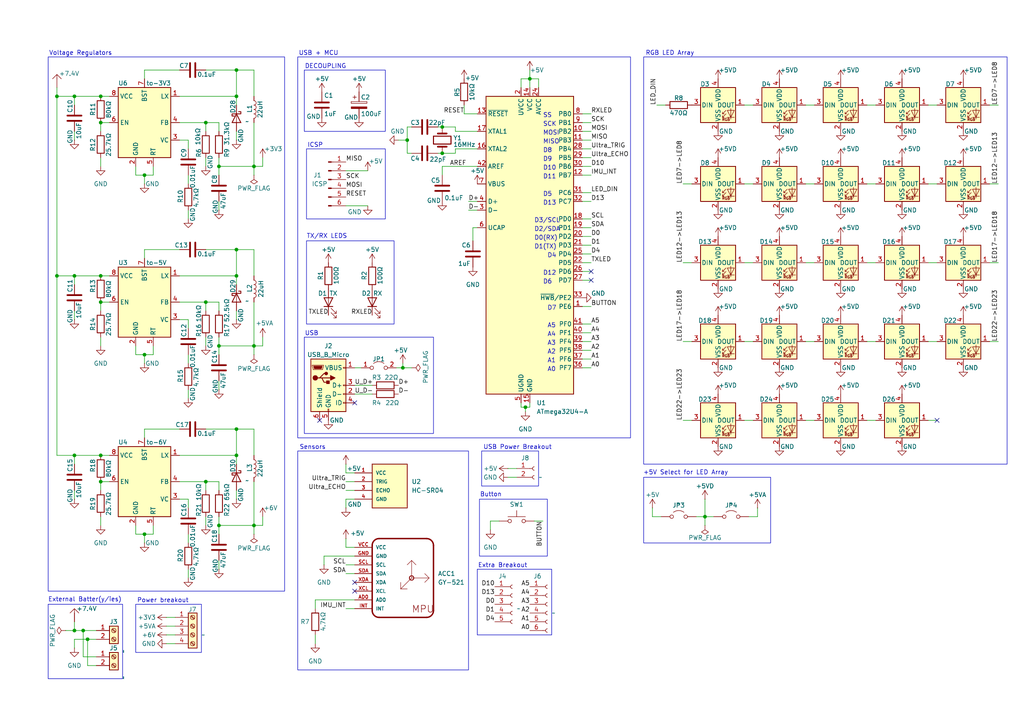
<source format=kicad_sch>
(kicad_sch (version 20231120) (generator "eeschema") (generator_version "8.0")
  (paper "A4")
  (junction (at 128.27 44.45))
  (junction (at 29.21 35.56))
  (junction (at 25.4 185.42))
  (junction (at 63.5 100.33))
  (junction (at 152.4 118.11))
  (junction (at 21.59 182.88))
  (junction (at 29.21 80.01))
  (junction (at 41.91 102.87))
  (junction (at 29.21 27.94))
  (junction (at 68.58 20.32))
  (junction (at 24.13 182.88))
  (junction (at 29.21 132.08))
  (junction (at 21.59 132.08))
  (junction (at 116.84 106.68))
  (junction (at 73.66 48.26))
  (junction (at 29.21 87.63))
  (junction (at 68.58 72.39))
  (junction (at 73.66 152.4))
  (junction (at 63.5 152.4))
  (junction (at 73.66 100.33))
  (junction (at 63.5 48.26))
  (junction (at 16.51 80.01))
  (junction (at 118.11 40.64))
  (junction (at 41.91 154.94))
  (junction (at 128.27 36.83))
  (junction (at 204.47 149.86))
  (junction (at 68.58 27.94))
  (junction (at 21.59 80.01))
  (junction (at 59.69 139.7))
  (junction (at 68.58 132.08))
  (junction (at 29.21 139.7))
  (junction (at 59.69 35.56))
  (junction (at 59.69 87.63))
  (junction (at 153.67 22.86))
  (junction (at 16.51 27.94))
  (junction (at 41.91 50.8))
  (junction (at 68.58 80.01))
  (junction (at 21.59 27.94))
  (junction (at 68.58 124.46))
  (no_connect (at 171.45 78.74))
  (no_connect (at 102.87 171.45))
  (no_connect (at 102.87 168.91))
  (no_connect (at 102.87 116.84))
  (no_connect (at 92.71 121.92))
  (no_connect (at 171.45 81.28))
  (no_connect (at 271.78 121.92))
  (wire (pts (xy 135.89 60.96) (xy 138.43 60.96)))
  (wire (pts (xy 156.21 22.86) (xy 153.67 22.86)))
  (wire (pts (xy 156.21 25.4) (xy 156.21 22.86)))
  (wire (pts (xy 21.59 27.94) (xy 29.21 27.94)))
  (wire (pts (xy 168.91 76.2) (xy 171.45 76.2)))
  (wire (pts (xy 116.84 105.41) (xy 116.84 106.68)))
  (wire (pts (xy 168.91 101.6) (xy 171.45 101.6)))
  (wire (pts (xy 29.21 35.56) (xy 31.75 35.56)))
  (wire (pts (xy 236.22 76.2) (xy 233.68 76.2)))
  (wire (pts (xy 132.08 38.1) (xy 132.08 36.83)))
  (wire (pts (xy 153.67 22.86) (xy 153.67 20.32)))
  (wire (pts (xy 254 99.06) (xy 251.46 99.06)))
  (wire (pts (xy 21.59 82.55) (xy 21.59 80.01)))
  (wire (pts (xy 128.27 48.26) (xy 138.43 48.26)))
  (wire (pts (xy 102.87 106.68) (xy 104.775 106.68)))
  (wire (pts (xy 68.58 20.32) (xy 73.66 20.32)))
  (wire (pts (xy 63.5 48.26) (xy 63.5 45.72)))
  (wire (pts (xy 54.61 92.71) (xy 52.07 92.71)))
  (wire (pts (xy 63.5 139.7) (xy 59.69 139.7)))
  (wire (pts (xy 59.69 100.33) (xy 59.69 97.79)))
  (wire (pts (xy 289.56 99.06) (xy 287.02 99.06)))
  (wire (pts (xy 254 121.92) (xy 251.46 121.92)))
  (wire (pts (xy 116.84 106.68) (xy 114.935 106.68)))
  (wire (pts (xy 168.91 58.42) (xy 171.45 58.42)))
  (wire (pts (xy 168.91 99.06) (xy 171.45 99.06)))
  (wire (pts (xy 48.26 184.15) (xy 50.8 184.15)))
  (wire (pts (xy 107.95 114.3) (xy 102.87 114.3)))
  (wire (pts (xy 63.5 152.4) (xy 73.66 152.4)))
  (wire (pts (xy 218.44 121.92) (xy 215.9 121.92)))
  (wire (pts (xy 29.21 87.63) (xy 31.75 87.63)))
  (wire (pts (xy 218.44 76.2) (xy 215.9 76.2)))
  (wire (pts (xy 128.27 48.26) (xy 128.27 50.8)))
  (wire (pts (xy 21.59 30.48) (xy 21.59 27.94)))
  (wire (pts (xy 106.68 49.53) (xy 100.33 49.53)))
  (wire (pts (xy 76.2 48.26) (xy 73.66 48.26)))
  (wire (pts (xy 147.32 138.43) (xy 149.86 138.43)))
  (wire (pts (xy 236.22 99.06) (xy 233.68 99.06)))
  (wire (pts (xy 100.33 147.32) (xy 100.33 144.78)))
  (wire (pts (xy 100.33 176.53) (xy 102.87 176.53)))
  (wire (pts (xy 68.58 134.62) (xy 68.58 132.08)))
  (wire (pts (xy 68.58 40.64) (xy 68.58 38.1)))
  (wire (pts (xy 91.44 186.69) (xy 91.44 184.15)))
  (wire (pts (xy 147.32 135.89) (xy 149.86 135.89)))
  (wire (pts (xy 134.62 33.02) (xy 138.43 33.02)))
  (wire (pts (xy 236.22 121.92) (xy 233.68 121.92)))
  (wire (pts (xy 168.91 68.58) (xy 171.45 68.58)))
  (wire (pts (xy 54.61 157.48) (xy 54.61 154.94)))
  (wire (pts (xy 254 30.48) (xy 251.46 30.48)))
  (wire (pts (xy 44.45 100.33) (xy 44.45 102.87)))
  (wire (pts (xy 118.11 36.83) (xy 119.38 36.83)))
  (wire (pts (xy 41.91 72.39) (xy 52.07 72.39)))
  (wire (pts (xy 100.33 156.21) (xy 100.33 158.75)))
  (wire (pts (xy 132.08 44.45) (xy 128.27 44.45)))
  (wire (pts (xy 254 76.2) (xy 251.46 76.2)))
  (wire (pts (xy 207.01 149.86) (xy 204.47 149.86)))
  (wire (pts (xy 59.69 35.56) (xy 59.69 38.1)))
  (wire (pts (xy 189.23 147.32) (xy 189.23 149.86)))
  (wire (pts (xy 21.59 182.88) (xy 24.13 182.88)))
  (wire (pts (xy 168.91 73.66) (xy 171.45 73.66)))
  (wire (pts (xy 219.71 147.32) (xy 219.71 149.86)))
  (wire (pts (xy 142.24 151.13) (xy 142.24 153.67)))
  (wire (pts (xy 16.51 27.94) (xy 16.51 80.01)))
  (wire (pts (xy 100.33 144.78) (xy 102.87 144.78)))
  (wire (pts (xy 76.2 100.33) (xy 73.66 100.33)))
  (wire (pts (xy 68.58 30.48) (xy 68.58 27.94)))
  (wire (pts (xy 24.13 182.88) (xy 27.94 182.88)))
  (wire (pts (xy 39.37 50.8) (xy 39.37 48.26)))
  (wire (pts (xy 29.21 48.26) (xy 29.21 45.72)))
  (wire (pts (xy 137.16 66.04) (xy 138.43 66.04)))
  (wire (pts (xy 134.62 30.48) (xy 134.62 33.02)))
  (wire (pts (xy 29.21 80.01) (xy 31.75 80.01)))
  (wire (pts (xy 118.11 40.64) (xy 115.57 40.64)))
  (wire (pts (xy 68.58 124.46) (xy 73.66 124.46)))
  (wire (pts (xy 168.91 48.26) (xy 171.45 48.26)))
  (wire (pts (xy 21.59 92.71) (xy 21.59 90.17)))
  (wire (pts (xy 27.94 193.04) (xy 25.4 193.04)))
  (wire (pts (xy 91.44 176.53) (xy 91.44 173.99)))
  (wire (pts (xy 137.16 69.85) (xy 137.16 66.04)))
  (wire (pts (xy 68.58 92.71) (xy 68.58 90.17)))
  (wire (pts (xy 25.4 185.42) (xy 27.94 185.42)))
  (wire (pts (xy 168.91 33.02) (xy 171.45 33.02)))
  (wire (pts (xy 63.5 100.33) (xy 63.5 97.79)))
  (wire (pts (xy 41.91 53.34) (xy 41.91 50.8)))
  (wire (pts (xy 16.51 132.08) (xy 21.59 132.08)))
  (wire (pts (xy 59.69 48.26) (xy 59.69 45.72)))
  (wire (pts (xy 54.61 115.57) (xy 54.61 113.03)))
  (wire (pts (xy 41.91 124.46) (xy 52.07 124.46)))
  (wire (pts (xy 118.11 44.45) (xy 119.38 44.45)))
  (wire (pts (xy 29.21 100.33) (xy 29.21 97.79)))
  (wire (pts (xy 48.26 186.69) (xy 50.8 186.69)))
  (wire (pts (xy 100.33 134.62) (xy 100.33 137.16)))
  (wire (pts (xy 52.07 87.63) (xy 59.69 87.63)))
  (wire (pts (xy 54.61 147.32) (xy 54.61 144.78)))
  (wire (pts (xy 44.45 154.94) (xy 41.91 154.94)))
  (wire (pts (xy 41.91 20.32) (xy 41.91 22.86)))
  (wire (pts (xy 63.5 113.03) (xy 63.5 110.49)))
  (wire (pts (xy 106.68 59.69) (xy 100.33 59.69)))
  (wire (pts (xy 76.2 152.4) (xy 76.2 149.86)))
  (wire (pts (xy 41.91 154.94) (xy 39.37 154.94)))
  (wire (pts (xy 289.56 30.48) (xy 287.02 30.48)))
  (wire (pts (xy 91.44 173.99) (xy 102.87 173.99)))
  (wire (pts (xy 218.44 30.48) (xy 215.9 30.48)))
  (wire (pts (xy 27.94 190.5) (xy 24.13 190.5)))
  (wire (pts (xy 44.45 152.4) (xy 44.45 154.94)))
  (wire (pts (xy 168.91 45.72) (xy 171.45 45.72)))
  (wire (pts (xy 171.45 78.74) (xy 168.91 78.74)))
  (wire (pts (xy 48.26 179.07) (xy 50.8 179.07)))
  (wire (pts (xy 63.5 165.1) (xy 63.5 162.56)))
  (wire (pts (xy 153.67 116.84) (xy 153.67 118.11)))
  (wire (pts (xy 73.66 102.87) (xy 73.66 100.33)))
  (wire (pts (xy 198.12 99.06) (xy 200.66 99.06)))
  (wire (pts (xy 44.45 48.26) (xy 44.45 50.8)))
  (wire (pts (xy 168.91 63.5) (xy 171.45 63.5)))
  (wire (pts (xy 127 44.45) (xy 128.27 44.45)))
  (wire (pts (xy 52.07 80.01) (xy 68.58 80.01)))
  (wire (pts (xy 21.59 80.01) (xy 29.21 80.01)))
  (wire (pts (xy 54.61 63.5) (xy 54.61 60.96)))
  (wire (pts (xy 151.13 116.84) (xy 151.13 118.11)))
  (wire (pts (xy 73.66 20.32) (xy 73.66 27.94)))
  (wire (pts (xy 68.58 144.78) (xy 68.58 142.24)))
  (wire (pts (xy 154.94 151.13) (xy 157.48 151.13)))
  (wire (pts (xy 21.59 180.34) (xy 21.59 182.88)))
  (wire (pts (xy 151.13 118.11) (xy 152.4 118.11)))
  (wire (pts (xy 138.43 43.18) (xy 132.08 43.18)))
  (wire (pts (xy 171.45 38.1) (xy 168.91 38.1)))
  (wire (pts (xy 41.91 20.32) (xy 52.07 20.32)))
  (wire (pts (xy 16.51 25.4) (xy 16.51 27.94)))
  (wire (pts (xy 63.5 142.24) (xy 63.5 139.7)))
  (wire (pts (xy 271.78 53.34) (xy 269.24 53.34)))
  (wire (pts (xy 16.51 80.01) (xy 16.51 132.08)))
  (wire (pts (xy 29.21 90.17) (xy 29.21 87.63)))
  (wire (pts (xy 144.78 151.13) (xy 142.24 151.13)))
  (wire (pts (xy 44.45 50.8) (xy 41.91 50.8)))
  (wire (pts (xy 168.91 96.52) (xy 171.45 96.52)))
  (wire (pts (xy 171.45 81.28) (xy 168.91 81.28)))
  (wire (pts (xy 190.5 30.48) (xy 193.04 30.48)))
  (wire (pts (xy 168.91 66.04) (xy 171.45 66.04)))
  (wire (pts (xy 118.11 40.64) (xy 118.11 44.45)))
  (wire (pts (xy 271.78 99.06) (xy 269.24 99.06)))
  (wire (pts (xy 219.71 149.86) (xy 217.17 149.86)))
  (wire (pts (xy 73.66 154.94) (xy 73.66 152.4)))
  (wire (pts (xy 135.89 58.42) (xy 138.43 58.42)))
  (wire (pts (xy 63.5 152.4) (xy 63.5 149.86)))
  (wire (pts (xy 100.33 142.24) (xy 102.87 142.24)))
  (wire (pts (xy 39.37 102.87) (xy 39.37 100.33)))
  (wire (pts (xy 44.45 102.87) (xy 41.91 102.87)))
  (wire (pts (xy 107.95 111.76) (xy 102.87 111.76)))
  (wire (pts (xy 52.07 139.7) (xy 59.69 139.7)))
  (wire (pts (xy 63.5 100.33) (xy 73.66 100.33)))
  (wire (pts (xy 16.51 80.01) (xy 21.59 80.01)))
  (wire (pts (xy 189.23 149.86) (xy 191.77 149.86)))
  (wire (pts (xy 29.21 152.4) (xy 29.21 149.86)))
  (wire (pts (xy 127 36.83) (xy 128.27 36.83)))
  (wire (pts (xy 68.58 124.46) (xy 59.69 124.46)))
  (wire (pts (xy 63.5 38.1) (xy 63.5 35.56)))
  (wire (pts (xy 218.44 99.06) (xy 215.9 99.06)))
  (wire (pts (xy 21.59 134.62) (xy 21.59 132.08)))
  (wire (pts (xy 289.56 76.2) (xy 287.02 76.2)))
  (wire (pts (xy 29.21 142.24) (xy 29.21 139.7)))
  (wire (pts (xy 63.5 90.17) (xy 63.5 87.63)))
  (wire (pts (xy 48.26 181.61) (xy 50.8 181.61)))
  (wire (pts (xy 100.33 139.7) (xy 102.87 139.7)))
  (wire (pts (xy 201.93 149.86) (xy 204.47 149.86)))
  (wire (pts (xy 151.13 25.4) (xy 151.13 22.86)))
  (wire (pts (xy 29.21 38.1) (xy 29.21 35.56)))
  (wire (pts (xy 41.91 157.48) (xy 41.91 154.94)))
  (wire (pts (xy 271.78 30.48) (xy 269.24 30.48)))
  (wire (pts (xy 198.12 121.92) (xy 200.66 121.92)))
  (wire (pts (xy 63.5 102.87) (xy 63.5 100.33)))
  (wire (pts (xy 73.66 72.39) (xy 73.66 80.01)))
  (wire (pts (xy 29.21 132.08) (xy 31.75 132.08)))
  (wire (pts (xy 204.47 152.4) (xy 204.47 149.86)))
  (wire (pts (xy 73.66 124.46) (xy 73.66 132.08)))
  (wire (pts (xy 73.66 87.63) (xy 73.66 100.33)))
  (wire (pts (xy 63.5 48.26) (xy 73.66 48.26)))
  (wire (pts (xy 168.91 43.18) (xy 171.45 43.18)))
  (wire (pts (xy 168.91 40.64) (xy 171.45 40.64)))
  (wire (pts (xy 76.2 48.26) (xy 76.2 45.72)))
  (wire (pts (xy 119.38 106.68) (xy 116.84 106.68)))
  (wire (pts (xy 39.37 154.94) (xy 39.37 152.4)))
  (wire (pts (xy 168.91 104.14) (xy 171.45 104.14)))
  (wire (pts (xy 41.91 124.46) (xy 41.91 127)))
  (wire (pts (xy 21.59 144.78) (xy 21.59 142.24)))
  (wire (pts (xy 168.91 55.88) (xy 171.45 55.88)))
  (wire (pts (xy 68.58 82.55) (xy 68.58 80.01)))
  (wire (pts (xy 41.91 72.39) (xy 41.91 74.93)))
  (wire (pts (xy 168.91 88.9) (xy 171.45 88.9)))
  (wire (pts (xy 168.91 50.8) (xy 171.45 50.8)))
  (wire (pts (xy 63.5 154.94) (xy 63.5 152.4)))
  (wire (pts (xy 254 53.34) (xy 251.46 53.34)))
  (wire (pts (xy 54.61 167.64) (xy 54.61 165.1)))
  (wire (pts (xy 118.11 36.83) (xy 118.11 40.64)))
  (wire (pts (xy 63.5 35.56) (xy 59.69 35.56)))
  (wire (pts (xy 138.43 38.1) (xy 132.08 38.1)))
  (wire (pts (xy 93.98 163.83) (xy 93.98 161.29)))
  (wire (pts (xy 29.21 139.7) (xy 31.75 139.7)))
  (wire (pts (xy 271.78 121.92) (xy 269.24 121.92)))
  (wire (pts (xy 73.66 50.8) (xy 73.66 48.26)))
  (wire (pts (xy 52.07 27.94) (xy 68.58 27.94)))
  (wire (pts (xy 63.5 50.8) (xy 63.5 48.26)))
  (wire (pts (xy 73.66 35.56) (xy 73.66 48.26)))
  (wire (pts (xy 19.05 182.88) (xy 21.59 182.88)))
  (wire (pts (xy 21.59 187.96) (xy 21.59 185.42)))
  (wire (pts (xy 152.4 118.11) (xy 152.4 119.38)))
  (wire (pts (xy 204.47 144.78) (xy 204.47 149.86)))
  (wire (pts (xy 52.07 35.56) (xy 59.69 35.56)))
  (wire (pts (xy 198.12 76.2) (xy 200.66 76.2)))
  (wire (pts (xy 68.58 20.32) (xy 68.58 27.94)))
  (wire (pts (xy 68.58 72.39) (xy 73.66 72.39)))
  (wire (pts (xy 153.67 22.86) (xy 153.67 25.4)))
  (wire (pts (xy 218.44 53.34) (xy 215.9 53.34)))
  (wire (pts (xy 168.91 106.68) (xy 171.45 106.68)))
  (wire (pts (xy 21.59 40.64) (xy 21.59 38.1)))
  (wire (pts (xy 198.12 53.34) (xy 200.66 53.34)))
  (wire (pts (xy 59.69 139.7) (xy 59.69 142.24)))
  (wire (pts (xy 41.91 105.41) (xy 41.91 102.87)))
  (wire (pts (xy 41.91 50.8) (xy 39.37 50.8)))
  (wire (pts (xy 25.4 193.04) (xy 25.4 185.42)))
  (wire (pts (xy 21.59 132.08) (xy 29.21 132.08)))
  (wire (pts (xy 54.61 53.34) (xy 54.61 50.8)))
  (wire (pts (xy 100.33 163.83) (xy 102.87 163.83)))
  (wire (pts (xy 168.91 35.56) (xy 171.45 35.56)))
  (wire (pts (xy 52.07 132.08) (xy 68.58 132.08)))
  (wire (pts (xy 29.21 27.94) (xy 31.75 27.94)))
  (wire (pts (xy 54.61 40.64) (xy 52.07 40.64)))
  (wire (pts (xy 16.51 27.94) (xy 21.59 27.94)))
  (wire (pts (xy 168.91 93.98) (xy 171.45 93.98)))
  (wire (pts (xy 68.58 72.39) (xy 68.58 80.01)))
  (wire (pts (xy 68.58 124.46) (xy 68.58 132.08)))
  (wire (pts (xy 132.08 43.18) (xy 132.08 44.45)))
  (wire (pts (xy 63.5 87.63) (xy 59.69 87.63)))
  (wire (pts (xy 153.67 118.11) (xy 152.4 118.11)))
  (wire (pts (xy 54.61 105.41) (xy 54.61 102.87)))
  (wire (pts (xy 236.22 53.34) (xy 233.68 53.34)))
  (wire (pts (xy 76.2 152.4) (xy 73.66 152.4)))
  (wire (pts (xy 68.58 20.32) (xy 59.69 20.32)))
  (wire (pts (xy 100.33 158.75) (xy 102.87 158.75)))
  (wire (pts (xy 93.98 161.29) (xy 102.87 161.29)))
  (wire (pts (xy 41.91 102.87) (xy 39.37 102.87)))
  (wire (pts (xy 63.5 60.96) (xy 63.5 58.42)))
  (wire (pts (xy 21.59 185.42) (xy 25.4 185.42)))
  (wire (pts (xy 100.33 137.16) (xy 102.87 137.16)))
  (wire (pts (xy 151.13 22.86) (xy 153.67 22.86)))
  (wire (pts (xy 59.69 152.4) (xy 59.69 149.86)))
  (wire (pts (xy 59.69 87.63) (xy 59.69 90.17)))
  (wire (pts (xy 73.66 139.7) (xy 73.66 152.4)))
  (wire (pts (xy 54.61 144.78) (xy 52.07 144.78)))
  (wire (pts (xy 24.13 190.5) (xy 24.13 182.88)))
  (wire (pts (xy 100.33 166.37) (xy 102.87 166.37)))
  (wire (pts (xy 168.91 71.12) (xy 171.45 71.12)))
  (wire (pts (xy 54.61 95.25) (xy 54.61 92.71)))
  (wire (pts (xy 289.56 53.34) (xy 287.02 53.34)))
  (wire (pts (xy 132.08 36.83) (xy 128.27 36.83)))
  (wire (pts (xy 54.61 43.18) (xy 54.61 40.64)))
  (wire (pts (xy 236.22 30.48) (xy 233.68 30.48)))
  (wire (pts (xy 271.78 76.2) (xy 269.24 76.2)))
  (wire (pts (xy 68.58 72.39) (xy 59.69 72.39)))
  (wire (pts (xy 76.2 100.33) (xy 76.2 97.79)))
  (rectangle (start 86.36 130.81) (end 135.89 194.31))
  (rectangle (start 13.97 175.26) (end 35.56 196.85))
  (rectangle (start 88.9 69.85) (end 114.3 93.98))
  (rectangle (start 138.43 165.1) (end 160.02 184.15))
  (rectangle (start 88.9 43.18) (end 111.76 63.5))
  (rectangle (start 86.36 16.51) (end 182.88 127))
  (rectangle (start 186.69 138.43) (end 223.52 157.48))
  (rectangle (start 139.7 130.81) (end 156.21 140.97))
  (rectangle (start 13.97 16.51) (end 82.55 171.45))
  (rectangle (start 88.265 20.32) (end 111.76 38.1))
  (rectangle (start 88.265 97.79) (end 125.73 125.73))
  (rectangle (start 139.065 144.78) (end 158.75 161.29))
  (rectangle (start 39.37 175.26) (end 58.42 189.23))
  (rectangle (start 186.69 16.51) (end 292.1 134.62))
  (text "D7" (at 158.75 90.17 0) (effects (font (size 1.27 1.27)) (justify left bottom)))
  (text "D13" (at 157.48 59.69 0) (effects (font (size 1.27 1.27)) (justify left bottom)))
  (text "SS" (at 157.48 34.29 0) (effects (font (size 1.27 1.27)) (justify left bottom)))
  (text "A3" (at 158.75 100.33 0) (effects (font (size 1.27 1.27)) (justify left bottom)))
  (text "RGB LED Array" (at 194.31 15.494 0) (effects (font (size 1.27 1.27))))
  (text "D4" (at 158.75 74.93 0) (effects (font (size 1.27 1.27)) (justify left bottom)))
  (text "D11" (at 157.48 52.07 0) (effects (font (size 1.27 1.27)) (justify left bottom)))
  (text "USB" (at 88.392 97.536 0) (effects (font (size 1.27 1.27)) (justify left bottom)))
  (text "D6" (at 157.48 82.55 0) (effects (font (size 1.27 1.27)) (justify left bottom)))
  (text "Voltage Regulators" (at 23.368 15.494 0) (effects (font (size 1.27 1.27))))
  (text "D0(RX)" (at 154.94 69.85 0) (effects (font (size 1.27 1.27)) (justify left bottom)))
  (text "D2/SDA" (at 154.94 67.31 0) (effects (font (size 1.27 1.27)) (justify left bottom)))
  (text "External Batter(y/ies)" (at 24.638 173.99 0) (effects (font (size 1.27 1.27))))
  (text "SCK" (at 157.48 36.83 0) (effects (font (size 1.27 1.27)) (justify left bottom)))
  (text "DECOUPLING" (at 88.392 20.066 0) (effects (font (size 1.27 1.27)) (justify left bottom)))
  (text "D5" (at 157.48 57.15 0) (effects (font (size 1.27 1.27)) (justify left bottom)))
  (text "Power breakout" (at 47.244 174.244 0) (effects (font (size 1.27 1.27))))
  (text "D8" (at 157.48 44.45 0) (effects (font (size 1.27 1.27)) (justify left bottom)))
  (text "MOSI" (at 157.48 39.37 0) (effects (font (size 1.27 1.27)) (justify left bottom)))
  (text "USB + MCU" (at 86.614 16.256 0) (effects (font (size 1.27 1.27)) (justify left bottom)))
  (text "A1" (at 158.75 105.41 0) (effects (font (size 1.27 1.27)) (justify left bottom)))
  (text "Extra Breakout" (at 145.796 164.084 0) (effects (font (size 1.27 1.27))))
  (text "Button\n" (at 139.192 144.272 0) (effects (font (size 1.27 1.27)) (justify left bottom)))
  (text "USB Power Breakout" (at 150.114 129.794 0) (effects (font (size 1.27 1.27))))
  (text "D3/SCL" (at 154.94 64.77 0) (effects (font (size 1.27 1.27)) (justify left bottom)))
  (text "Sensors" (at 90.678 129.794 0) (effects (font (size 1.27 1.27))))
  (text "MISO" (at 157.48 41.91 0) (effects (font (size 1.27 1.27)) (justify left bottom)))
  (text "A5" (at 158.75 95.25 0) (effects (font (size 1.27 1.27)) (justify left bottom)))
  (text "D10" (at 157.48 49.53 0) (effects (font (size 1.27 1.27)) (justify left bottom)))
  (text "A2" (at 158.75 102.87 0) (effects (font (size 1.27 1.27)) (justify left bottom)))
  (text "TX/RX LEDS" (at 88.9 69.342 0) (effects (font (size 1.27 1.27)) (justify left bottom)))
  (text "ICSP" (at 89.154 42.926 0) (effects (font (size 1.27 1.27)) (justify left bottom)))
  (text "A4" (at 158.75 97.79 0) (effects (font (size 1.27 1.27)) (justify left bottom)))
  (text "D9" (at 157.48 46.99 0) (effects (font (size 1.27 1.27)) (justify left bottom)))
  (text "A0" (at 158.75 107.95 0) (effects (font (size 1.27 1.27)) (justify left bottom)))
  (text "D12" (at 157.48 80.01 0) (effects (font (size 1.27 1.27)) (justify left bottom)))
  (text "D1(TX)" (at 154.94 72.39 0) (effects (font (size 1.27 1.27)) (justify left bottom)))
  (text "+5V Select for LED Array" (at 198.882 137.16 0) (effects (font (size 1.27 1.27))))
  (label "A1" (at 171.45 104.14 0))
  (label "D1" (at 171.45 71.12 0))
  (label "AREF" (at 135.255 48.26 180))
  (label "D+" (at 115.57 111.76 0))
  (label "RESET" (at 100.33 57.15 0))
  (label "LED7->LED8" (at 289.56 30.48 90))
  (label "D4" (at 143.51 180.34 180))
  (label "D+" (at 135.89 58.42 0))
  (label "D10" (at 143.51 170.18 180))
  (label "D4" (at 171.45 73.66 0))
  (label "LED12->LED13" (at 289.56 53.34 90))
  (label "D13" (at 171.45 58.42 0))
  (label "SCL" (at 100.33 163.83 180))
  (label "U_D-" (at 102.87 114.3 0))
  (label "IMU_INT" (at 100.33 176.53 180))
  (label "A0" (at 153.67 182.88 180))
  (label "LED22->LED23" (at 198.12 121.92 90))
  (label "RESET" (at 134.62 33.02 180))
  (label "A5" (at 171.45 93.98 0))
  (label "Ultra_TRIG" (at 100.33 139.7 180))
  (label "LED_DIN" (at 190.5 30.48 90))
  (label "BUTTON" (at 157.48 151.13 270))
  (label "RXLED" (at 171.45 33.02 0))
  (label "A5" (at 153.67 170.18 180))
  (label "LED17->LED18" (at 289.56 76.2 90))
  (label "SCK" (at 100.33 52.07 0))
  (label "D-" (at 135.89 60.96 0))
  (label "LED22->LED23" (at 289.56 99.06 90))
  (label "SCL" (at 171.45 63.5 0))
  (label "SDA" (at 100.33 166.37 180))
  (label "MOSI" (at 171.45 38.1 0))
  (label "Ultra_ECHO" (at 100.33 142.24 180))
  (label "BUTTON" (at 171.45 88.9 0))
  (label "A0" (at 171.45 106.68 0))
  (label "Ultra_TRIG" (at 171.45 43.18 0))
  (label "U_D+" (at 102.87 111.76 0))
  (label "SCK" (at 171.45 35.56 0))
  (label "A2" (at 171.45 101.6 0))
  (label "MOSI" (at 100.33 54.61 0))
  (label "A4" (at 171.45 96.52 0))
  (label "Ultra_ECHO" (at 171.45 45.72 0))
  (label "D0" (at 171.45 68.58 0))
  (label "TXLED" (at 171.45 76.2 0))
  (label "MISO" (at 100.33 46.99 0))
  (label "LED17->LED18" (at 198.12 99.06 90))
  (label "RXLED" (at 107.95 91.44 180))
  (label "A3" (at 153.67 175.26 180))
  (label "D10" (at 171.45 48.26 0))
  (label "A1" (at 153.67 180.34 180))
  (label "SDA" (at 171.45 66.04 0))
  (label "D13" (at 143.51 172.72 180))
  (label "A2" (at 153.67 177.8 180))
  (label "TXLED" (at 95.25 91.44 180))
  (label "D0" (at 143.51 175.26 180))
  (label "LED12->LED13" (at 198.12 76.2 90))
  (label "LED7->LED8" (at 198.12 53.34 90))
  (label "LED_DIN" (at 171.45 55.88 0))
  (label "A3" (at 171.45 99.06 0))
  (label "D1" (at 143.51 177.8 180))
  (label "IMU_INT" (at 171.45 50.8 0))
  (label "MISO" (at 171.45 40.64 0))
  (label "A4" (at 153.67 172.72 180))
  (label "D-" (at 115.57 114.3 0))
  (symbol (lib_id "LED:SK6812MINI") (at 208.28 30.48 0) (unit 1)
    (property "Reference" "D3" (at 204.47 24.384 0))
    (property "Value" "SK6812MINI" (effects (hide yes)))
    (property "Footprint" "LED_SMD:LED_SK6812MINI_PLCC4_3.5x3.5mm_P1.75mm" (effects (hide yes)))
    (property "Datasheet" "https://cdn-shop.adafruit.com/product-files/2686/SK6812MINI_REV.01-1-2.pdf" (effects (hide yes)))
  )
  (symbol (lib_id "power:GND") (at 226.06 129.54 0) (unit 1)
    (property "Reference" "#PWR075" (effects (hide yes)))
    (property "Value" "GND" (at 228.346 129.54 0))
  )
  (symbol (lib_id "power:+3V3") (at 76.2 45.72 0) (unit 1)
    (property "Reference" "#PWR084" (effects (hide yes)))
    (property "Value" "+3V3" (at 79.248 43.18 0))
    (property "Description" "Power symbol creates a global label with name \"+3V3\"" (effects (hide yes)))
  )
  (symbol (lib_id "power:+5V") (at 261.62 22.86 0) (unit 1)
    (property "Reference" "#PWR038" (effects (hide yes)))
    (property "Value" "+5VD" (at 264.414 20.32 0))
  )
  (symbol (lib_name "GND_3") (lib_id "power:GND") (at 93.98 163.83 0) (unit 1)
    (property "Reference" "#PWR032" (effects (hide yes)))
    (property "Value" "GND" (at 93.98 168.91 0))
    (property "Description" "Power symbol creates a global label with name \"GND\" , ground" (effects (hide yes)))
  )
  (symbol (lib_id "power:GND") (at 128.27 58.42 0) (unit 1)
    (property "Reference" "#PWR012" (effects (hide yes)))
    (property "Value" "GND" (at 125.857 58.166 0))
  )
  (symbol (lib_id "power:+5V") (at 208.28 45.72 0) (unit 1)
    (property "Reference" "#PWR042" (effects (hide yes)))
    (property "Value" "+5VD" (at 211.074 43.18 0))
  )
  (symbol (lib_id "power:+5VA") (at 219.71 147.32 0) (unit 1)
    (property "Reference" "#PWR0111" (effects (hide yes)))
    (property "Value" "+5VA" (at 219.71 143.51 0))
    (property "Description" "Power symbol creates a global label with name \"+5VA\"" (effects (hide yes)))
  )
  (symbol (lib_id "MCU_Microchip_ATmega:ATmega32U4-A") (at 153.67 71.12 0) (unit 1)
    (property "Reference" "U1" (at 155.6259 116.84 0) (effects (justify left)))
    (property "Value" "ATmega32U4-A" (at 155.6259 119.38 0) (effects (justify left)))
    (property "Footprint" "Package_QFP:TQFP-44_10x10mm_P0.8mm" (effects (hide yes)))
    (property "Datasheet" "http://ww1.microchip.com/downloads/en/DeviceDoc/Atmel-7766-8-bit-AVR-ATmega16U4-32U4_Datasheet.pdf" (effects (hide yes)))
  )
  (symbol (lib_id "Device:C") (at 93.345 30.48 0) (unit 1)
    (property "Reference" "C1" (at 93.98 27.686 0) (effects (justify left)))
    (property "Value" "1uF" (at 93.98 33.02 0) (effects (justify left)))
    (property "Footprint" "Capacitor_SMD:C_0805_2012Metric_Pad1.18x1.45mm_HandSolder" (effects (hide yes)))
  )
  (symbol (lib_id "LED:SK6812MINI") (at 279.4 30.48 0) (unit 1)
    (property "Reference" "D7" (at 275.59 24.384 0))
    (property "Value" "SK6812MINI" (effects (hide yes)))
    (property "Footprint" "LED_SMD:LED_SK6812MINI_PLCC4_3.5x3.5mm_P1.75mm" (effects (hide yes)))
    (property "Datasheet" "https://cdn-shop.adafruit.com/product-files/2686/SK6812MINI_REV.01-1-2.pdf" (effects (hide yes)))
  )
  (symbol (lib_id "LED:SK6812MINI") (at 226.06 99.06 0) (unit 1)
    (property "Reference" "D19" (at 222.25 92.964 0))
    (property "Value" "SK6812MINI" (effects (hide yes)))
    (property "Footprint" "LED_SMD:LED_SK6812MINI_PLCC4_3.5x3.5mm_P1.75mm" (effects (hide yes)))
    (property "Datasheet" "https://cdn-shop.adafruit.com/product-files/2686/SK6812MINI_REV.01-1-2.pdf" (effects (hide yes)))
  )
  (symbol (lib_id "power:+5V") (at 243.84 68.58 0) (unit 1)
    (property "Reference" "#PWR056" (effects (hide yes)))
    (property "Value" "+5VD" (at 246.634 66.04 0))
  )
  (symbol (lib_id "power:GND") (at 261.62 60.96 0) (unit 1)
    (property "Reference" "#PWR049" (effects (hide yes)))
    (property "Value" "GND" (at 263.906 60.96 0))
  )
  (symbol (lib_id "Device:D_Schottky") (at 68.58 34.29 270) (unit 1)
    (property "Reference" "D28" (at 67.564 28.956 0) (effects (justify left)))
    (property "Value" "~" (at 71.12 35.2425 90) (effects (justify left)))
    (property "Footprint" "Diode_SMD:D_2114_3652Metric_Pad1.85x3.75mm_HandSolder" (effects (hide yes)))
    (property "Description" "Schottky diode" (effects (hide yes)))
  )
  (symbol (lib_name "GND_5") (lib_id "power:GND") (at 41.91 157.48 0) (unit 1)
    (property "Reference" "#PWR093" (effects (hide yes)))
    (property "Value" "GND" (at 44.196 157.48 0))
    (property "Description" "Power symbol creates a global label with name \"GND\" , ground" (effects (hide yes)))
  )
  (symbol (lib_id "LED:SK6812MINI") (at 261.62 121.92 0) (unit 1)
    (property "Reference" "D26" (at 257.81 115.824 0))
    (property "Value" "SK6812MINI" (effects (hide yes)))
    (property "Footprint" "LED_SMD:LED_SK6812MINI_PLCC4_3.5x3.5mm_P1.75mm" (effects (hide yes)))
    (property "Datasheet" "https://cdn-shop.adafruit.com/product-files/2686/SK6812MINI_REV.01-1-2.pdf" (effects (hide yes)))
  )
  (symbol (lib_id "Regulator_Switching:BD9G341EFJ") (at 41.91 87.63 0) (unit 1)
    (property "Reference" "U3" (at 34.29 76.2 0) (effects (justify left)))
    (property "Value" "to-5V" (at 42.418 76.2 0) (effects (justify left)))
    (property "Footprint" "Package_SO:HTSOP-8-1EP_3.9x4.9mm_P1.27mm_EP2.4x3.2mm_ThermalVias" (effects (hide yes)))
  )
  (symbol (lib_id "Device:R") (at 63.5 41.91 0) (unit 1)
    (property "Reference" "R9" (at 65.786 45.72 90) (effects (justify left)))
    (property "Value" "31.3kΩ" (at 65.786 42.164 90) (effects (justify left)))
    (property "Footprint" "Resistor_SMD:R_0603_1608Metric_Pad0.98x0.95mm_HandSolder" (effects (hide yes)))
    (property "Description" "Resistor" (effects (hide yes)))
  )
  (symbol (lib_name "GND_8") (lib_id "power:GND") (at 59.69 152.4 0) (unit 1)
    (property "Reference" "#PWR095" (effects (hide yes)))
    (property "Value" "GND" (at 60.96 151.13 90))
    (property "Description" "Power symbol creates a global label with name \"GND\" , ground" (effects (hide yes)))
  )
  (symbol (lib_id "power:GND") (at 243.84 129.54 0) (unit 1)
    (property "Reference" "#PWR077" (effects (hide yes)))
    (property "Value" "GND" (at 246.126 129.54 0))
  )
  (symbol (lib_id "Device:C") (at 21.59 86.36 0) (unit 1)
    (property "Reference" "C11" (at 20.32 84.836 90) (effects (justify left)))
    (property "Value" "10uF" (at 22.86 92.456 90) (effects (justify left)))
    (property "Footprint" "Capacitor_SMD:C_1206_3216Metric_Pad1.33x1.80mm_HandSolder" (effects (hide yes)))
    (property "Description" "Unpolarized capacitor" (effects (hide yes)))
  )
  (symbol (lib_id "Device:C") (at 54.61 151.13 0) (unit 1)
    (property "Reference" "C16" (at 53.34 149.86 90) (effects (justify left)))
    (property "Value" "0.01uF" (at 55.88 158.75 90) (effects (justify left)))
    (property "Footprint" "Capacitor_SMD:C_0603_1608Metric_Pad1.08x0.95mm_HandSolder" (effects (hide yes)))
    (property "Description" "Unpolarized capacitor" (effects (hide yes)))
  )
  (symbol (lib_id "power:+5V") (at 279.4 68.58 0) (unit 1)
    (property "Reference" "#PWR060" (effects (hide yes)))
    (property "Value" "+5VD" (at 282.194 66.04 0))
  )
  (symbol (lib_id "Jumper:Jumper_2_Open") (at 109.855 106.68 0) (unit 1)
    (property "Reference" "JP1" (at 109.855 104.14 0))
    (property "Value" "Jumper_2_Open" (effects (hide yes)))
    (property "Footprint" "Jumper:SolderJumper-2_P1.3mm_Open_TrianglePad1.0x1.5mm" (effects (hide yes)))
  )
  (symbol (lib_id "power:GND") (at 104.14 34.29 0) (unit 1)
    (property "Reference" "#PWR06" (effects (hide yes)))
    (property "Value" "GND" (at 101.854 34.036 0))
  )
  (symbol (lib_name "+5V_3") (lib_id "power:+5V") (at 147.32 135.89 90) (unit 1)
    (property "Reference" "#PWR080" (effects (hide yes)))
    (property "Value" "+5V" (at 144.272 135.89 90) (effects (justify left)))
    (property "Description" "Power symbol creates a global label with name \"+5V\"" (effects (hide yes)))
  )
  (symbol (lib_id "Device:R") (at 63.5 146.05 0) (unit 1)
    (property "Reference" "R22" (at 65.786 149.86 90) (effects (justify left)))
    (property "Value" "65kΩ" (at 65.786 145.288 90) (effects (justify left)))
    (property "Footprint" "Resistor_SMD:R_0603_1608Metric_Pad0.98x0.95mm_HandSolder" (effects (hide yes)))
    (property "Description" "Resistor" (effects (hide yes)))
  )
  (symbol (lib_id "power:GND") (at 279.4 38.1 0) (unit 1)
    (property "Reference" "#PWR041" (effects (hide yes)))
    (property "Value" "GND" (at 281.686 38.1 0))
  )
  (symbol (lib_id "LED:SK6812MINI") (at 243.84 99.06 0) (unit 1)
    (property "Reference" "D20" (at 240.03 92.964 0))
    (property "Value" "SK6812MINI" (effects (hide yes)))
    (property "Footprint" "LED_SMD:LED_SK6812MINI_PLCC4_3.5x3.5mm_P1.75mm" (effects (hide yes)))
    (property "Datasheet" "https://cdn-shop.adafruit.com/product-files/2686/SK6812MINI_REV.01-1-2.pdf" (effects (hide yes)))
  )
  (symbol (lib_id "Device:C") (at 54.61 46.99 0) (unit 1)
    (property "Reference" "C9" (at 53.34 45.72 90) (effects (justify left)))
    (property "Value" "0.01uF" (at 55.88 54.61 90) (effects (justify left)))
    (property "Footprint" "Capacitor_SMD:C_0603_1608Metric_Pad1.08x0.95mm_HandSolder" (effects (hide yes)))
    (property "Description" "Unpolarized capacitor" (effects (hide yes)))
  )
  (symbol (lib_name "GND_10") (lib_id "power:GND") (at 21.59 92.71 0) (unit 1)
    (property "Reference" "#PWR020" (effects (hide yes)))
    (property "Value" "GND" (at 20.32 91.694 90))
    (property "Description" "Power symbol creates a global label with name \"GND\" , ground" (effects (hide yes)))
  )
  (symbol (lib_id "Device:R") (at 134.62 26.67 0) (unit 1)
    (property "Reference" "R5" (at 132.588 25.4 90) (effects (justify right)))
    (property "Value" "10kΩ" (at 136.906 24.13 90) (effects (justify right)))
    (property "Footprint" "Resistor_SMD:R_0805_2012Metric_Pad1.20x1.40mm_HandSolder" (effects (hide yes)))
  )
  (symbol (lib_id "power:GND") (at 226.06 60.96 0) (unit 1)
    (property "Reference" "#PWR045" (effects (hide yes)))
    (property "Value" "GND" (at 228.346 60.96 0))
  )
  (symbol (lib_id "power:GND") (at 279.4 106.68 0) (unit 1)
    (property "Reference" "#PWR071" (effects (hide yes)))
    (property "Value" "GND" (at 281.686 106.68 0))
  )
  (symbol (lib_id "power:+5V") (at 243.84 91.44 0) (unit 1)
    (property "Reference" "#PWR066" (effects (hide yes)))
    (property "Value" "+5VD" (at 246.634 88.9 0))
  )
  (symbol (lib_id "LED:SK6812MINI") (at 279.4 53.34 0) (unit 1)
    (property "Reference" "D12" (at 275.59 47.244 0))
    (property "Value" "SK6812MINI" (effects (hide yes)))
    (property "Footprint" "LED_SMD:LED_SK6812MINI_PLCC4_3.5x3.5mm_P1.75mm" (effects (hide yes)))
    (property "Datasheet" "https://cdn-shop.adafruit.com/product-files/2686/SK6812MINI_REV.01-1-2.pdf" (effects (hide yes)))
  )
  (symbol (lib_id "power:GND") (at 208.28 38.1 0) (unit 1)
    (property "Reference" "#PWR035" (effects (hide yes)))
    (property "Value" "GND" (at 210.566 38.1 0))
  )
  (symbol (lib_id "Device:L") (at 73.66 83.82 0) (unit 1)
    (property "Reference" "L2" (at 72.39 84.836 90) (effects (justify left)))
    (property "Value" "22uH" (at 75.692 86.36 90) (effects (justify left)))
    (property "Footprint" "CLF12577NIT-220M-D:IND_CLF12577NIT_12P8X12P5_TDK-M" (effects (hide yes)))
    (property "Description" "Inductor" (effects (hide yes)))
  )
  (symbol (lib_id "Connector:Conn_01x06_Socket") (at 158.75 175.26 0) (unit 1)
    (property "Reference" "J6" (at 154.686 167.132 0) (effects (justify left)))
    (property "Value" "~" (at 160.02 177.7999 0) (effects (justify left)))
    (property "Footprint" "Connector_PinHeader_2.54mm:PinHeader_1x06_P2.54mm_Vertical" (effects (hide yes)))
    (property "Description" "Generic connector, single row, 01x06, script generated" (effects (hide yes)))
  )
  (symbol (lib_id "power:GND") (at 168.91 86.36 90) (unit 1)
    (property "Reference" "#PWR019" (effects (hide yes)))
    (property "Value" "GND" (at 171.45 85.09 90) (effects (justify right)))
  )
  (symbol (lib_id "power:+5V") (at 106.68 49.53 0) (unit 1)
    (property "Reference" "#PWR07" (effects (hide yes)))
    (property "Value" "+5V" (at 108.966 46.736 0))
  )
  (symbol (lib_id "power:+5V") (at 95.25 76.2 0) (unit 1)
    (property "Reference" "#PWR04" (effects (hide yes)))
    (property "Value" "+5V" (at 95.25 72.39 0))
  )
  (symbol (lib_id "power:GND") (at 226.06 38.1 0) (unit 1)
    (property "Reference" "#PWR023" (effects (hide yes)))
    (property "Value" "GND" (at 228.346 38.1 0))
  )
  (symbol (lib_id "Device:C") (at 21.59 34.29 0) (unit 1)
    (property "Reference" "C10" (at 20.32 32.766 90) (effects (justify left)))
    (property "Value" "10uF" (at 22.86 40.386 90) (effects (justify left)))
    (property "Footprint" "Capacitor_SMD:C_1206_3216Metric_Pad1.33x1.80mm_HandSolder" (effects (hide yes)))
    (property "Description" "Unpolarized capacitor" (effects (hide yes)))
  )
  (symbol (lib_id "power:+5V") (at 104.14 26.67 0) (unit 1)
    (property "Reference" "#PWR05" (effects (hide yes)))
    (property "Value" "+5V" (at 104.14 22.86 0))
  )
  (symbol (lib_id "Device:C") (at 21.59 138.43 0) (unit 1)
    (property "Reference" "C15" (at 20.32 136.906 90) (effects (justify left)))
    (property "Value" "10uF" (at 22.86 144.526 90) (effects (justify left)))
    (property "Footprint" "Capacitor_SMD:C_1206_3216Metric_Pad1.33x1.80mm_HandSolder" (effects (hide yes)))
    (property "Description" "Unpolarized capacitor" (effects (hide yes)))
  )
  (symbol (lib_id "Device:C") (at 55.88 72.39 90) (unit 1)
    (property "Reference" "C13" (at 52.578 71.12 90))
    (property "Value" "0.1uF" (at 59.944 73.66 90))
    (property "Footprint" "Capacitor_SMD:C_0603_1608Metric_Pad1.08x0.95mm_HandSolder" (effects (hide yes)))
    (property "Description" "Unpolarized capacitor" (effects (hide yes)))
  )
  (symbol (lib_id "Device:C") (at 55.88 124.46 90) (unit 1)
    (property "Reference" "C17" (at 52.832 123.19 90))
    (property "Value" "0.1uF" (at 59.944 125.73 90))
    (property "Footprint" "Capacitor_SMD:C_0603_1608Metric_Pad1.08x0.95mm_HandSolder" (effects (hide yes)))
    (property "Description" "Unpolarized capacitor" (effects (hide yes)))
  )
  (symbol (lib_id "power:GND") (at 95.25 121.92 0) (unit 1)
    (property "Reference" "#PWR010" (effects (hide yes)))
    (property "Value" "GND" (at 97.663 121.92 0))
  )
  (symbol (lib_id "LED:SK6812MINI") (at 243.84 76.2 0) (unit 1)
    (property "Reference" "D15" (at 240.03 70.104 0))
    (property "Value" "SK6812MINI" (effects (hide yes)))
    (property "Footprint" "LED_SMD:LED_SK6812MINI_PLCC4_3.5x3.5mm_P1.75mm" (effects (hide yes)))
    (property "Datasheet" "https://cdn-shop.adafruit.com/product-files/2686/SK6812MINI_REV.01-1-2.pdf" (effects (hide yes)))
  )
  (symbol (lib_id "Connector:Screw_Terminal_01x04") (at 55.88 181.61 0) (unit 1)
    (property "Reference" "J7" (at 54.61 176.784 0) (effects (justify left)))
    (property "Value" "~" (at 58.42 184.1499 0) (effects (justify left)))
    (property "Footprint" "TerminalBlock:TerminalBlock_Altech_AK300-4_P5.00mm" (effects (hide yes)))
    (property "Description" "Generic screw terminal, single row, 01x04, script generated (kicad-library-utils/schlib/autogen/connector/)" (effects (hide yes)))
  )
  (symbol (lib_id "power:+5V") (at 243.84 114.3 0) (unit 1)
    (property "Reference" "#PWR076" (effects (hide yes)))
    (property "Value" "+5VD" (at 246.634 111.76 0))
  )
  (symbol (lib_id "LED:SK6812MINI") (at 261.62 99.06 0) (unit 1)
    (property "Reference" "D21" (at 257.81 92.964 0))
    (property "Value" "SK6812MINI" (effects (hide yes)))
    (property "Footprint" "LED_SMD:LED_SK6812MINI_PLCC4_3.5x3.5mm_P1.75mm" (effects (hide yes)))
    (property "Datasheet" "https://cdn-shop.adafruit.com/product-files/2686/SK6812MINI_REV.01-1-2.pdf" (effects (hide yes)))
  )
  (symbol (lib_id "Device:R") (at 29.21 93.98 0) (unit 1)
    (property "Reference" "R14" (at 26.924 96.012 90) (effects (justify left)))
    (property "Value" "25.7kΩ" (at 31.496 97.536 90) (effects (justify left)))
    (property "Footprint" "Resistor_SMD:R_0603_1608Metric_Pad0.98x0.95mm_HandSolder" (effects (hide yes)))
    (property "Description" "Resistor" (effects (hide yes)))
  )
  (symbol (lib_id "Device:R") (at 29.21 41.91 0) (unit 1)
    (property "Reference" "R12" (at 26.924 43.942 90) (effects (justify left)))
    (property "Value" "25.7kΩ" (at 31.496 45.466 90) (effects (justify left)))
    (property "Footprint" "Resistor_SMD:R_0603_1608Metric_Pad0.98x0.95mm_HandSolder" (effects (hide yes)))
    (property "Description" "Resistor" (effects (hide yes)))
  )
  (symbol (lib_id "power:GND") (at 226.06 106.68 0) (unit 1)
    (property "Reference" "#PWR065" (effects (hide yes)))
    (property "Value" "GND" (at 228.346 106.68 0))
  )
  (symbol (lib_id "Switch:SW_Push") (at 149.86 151.13 0) (unit 1)
    (property "Reference" "SW1" (at 149.86 146.304 0))
    (property "Value" "~" (at 149.86 146.05 0))
    (property "Footprint" "Button_Switch_SMD:SW_SPST_PTS647_Sx38" (effects (hide yes)))
    (property "Description" "Push button switch, generic, two pins" (effects (hide yes)))
  )
  (symbol (lib_id "LED:SK6812MINI") (at 243.84 121.92 0) (unit 1)
    (property "Reference" "D25" (at 240.03 115.824 0))
    (property "Value" "SK6812MINI" (effects (hide yes)))
    (property "Footprint" "LED_SMD:LED_SK6812MINI_PLCC4_3.5x3.5mm_P1.75mm" (effects (hide yes)))
    (property "Datasheet" "https://cdn-shop.adafruit.com/product-files/2686/SK6812MINI_REV.01-1-2.pdf" (effects (hide yes)))
  )
  (symbol (lib_id "power:+5V") (at 243.84 45.72 0) (unit 1)
    (property "Reference" "#PWR046" (effects (hide yes)))
    (property "Value" "+5VD" (at 246.634 43.18 0))
  )
  (symbol (lib_id "Connector:Conn_01x02_Socket") (at 154.94 135.89 0) (unit 1)
    (property "Reference" "J8" (at 151.13 132.842 0) (effects (justify left)))
    (property "Value" "~" (at 156.21 138.4299 0) (effects (justify left)))
    (property "Footprint" "Connector_PinHeader_2.54mm:PinHeader_1x02_P2.54mm_Vertical" (effects (hide yes)))
    (property "Description" "Generic connector, single row, 01x02, script generated" (effects (hide yes)))
  )
  (symbol (lib_name "GND_7") (lib_id "power:GND") (at 68.58 144.78 0) (unit 1)
    (property "Reference" "#PWR097" (effects (hide yes)))
    (property "Value" "GND" (at 69.85 143.51 90))
    (property "Description" "Power symbol creates a global label with name \"GND\" , ground" (effects (hide yes)))
  )
  (symbol (lib_id "power:+5V") (at 226.06 22.86 0) (unit 1)
    (property "Reference" "#PWR022" (effects (hide yes)))
    (property "Value" "+5VD" (at 228.854 20.32 0))
  )
  (symbol (lib_id "Device:R") (at 54.61 161.29 0) (unit 1)
    (property "Reference" "R20" (at 52.324 163.068 90) (effects (justify left)))
    (property "Value" "4.7kΩ" (at 56.896 164.338 90) (effects (justify left)))
    (property "Footprint" "Resistor_SMD:R_0603_1608Metric_Pad0.98x0.95mm_HandSolder" (effects (hide yes)))
    (property "Description" "Resistor" (effects (hide yes)))
  )
  (symbol (lib_id "Device:C") (at 123.19 36.83 270) (unit 1)
    (property "Reference" "C3" (at 120.396 35.56 90))
    (property "Value" "22pF" (at 126.746 35.56 90))
    (property "Footprint" "Capacitor_SMD:C_0805_2012Metric_Pad1.18x1.45mm_HandSolder" (effects (hide yes)))
  )
  (symbol (lib_id "power:GND") (at 243.84 38.1 0) (unit 1)
    (property "Reference" "#PWR037" (effects (hide yes)))
    (property "Value" "GND" (at 246.126 38.1 0))
  )
  (symbol (lib_id "power:PWR_FLAG") (at 73.66 102.87 180) (unit 1)
    (property "Reference" "#FLG03" (effects (hide yes)))
    (property "Value" "PWR_FLAG" (at 73.66 106.934 0))
    (property "Description" "Special symbol for telling ERC where power comes from" (effects (hide yes)))
  )
  (symbol (lib_id "power:+5V") (at 226.06 68.58 0) (unit 1)
    (property "Reference" "#PWR054" (effects (hide yes)))
    (property "Value" "+5VD" (at 228.854 66.04 0))
  )
  (symbol (lib_id "Device:LED") (at 107.95 87.63 90) (unit 1)
    (property "Reference" "D2" (at 104.902 85.09 90) (effects (justify right)))
    (property "Value" "RX" (at 108.204 85.09 90) (effects (justify right)))
    (property "Footprint" "LED_SMD:LED_0805_2012Metric_Pad1.15x1.40mm_HandSolder" (effects (hide yes)))
  )
  (symbol (lib_id "power:PWR_FLAG") (at 73.66 154.94 180) (unit 1)
    (property "Reference" "#FLG04" (effects (hide yes)))
    (property "Value" "PWR_FLAG" (at 73.66 159.004 0))
    (property "Description" "Special symbol for telling ERC where power comes from" (effects (hide yes)))
  )
  (symbol (lib_id "power:+5V") (at 138.43 53.34 0) (unit 1)
    (property "Reference" "#PWR016" (effects (hide yes)))
    (property "Value" "+5V" (at 138.43 49.53 0))
  )
  (symbol (lib_name "GND_6") (lib_id "power:GND") (at 63.5 60.96 0) (unit 1)
    (property "Reference" "#PWR083" (effects (hide yes)))
    (property "Value" "GND" (at 62.484 59.944 90))
    (property "Description" "Power symbol creates a global label with name \"GND\" , ground" (effects (hide yes)))
  )
  (symbol (lib_name "Jumper_2_Open_1") (lib_id "Jumper:Jumper_2_Open") (at 196.85 149.86 0) (unit 1) (exclude_from_sim yes)
    (property "Reference" "JP3" (at 196.85 146.558 0))
    (property "Value" "~" (at 196.85 146.05 0))
    (property "Footprint" "Jumper:SolderJumper-2_P1.3mm_Open_TrianglePad1.0x1.5mm" (effects (hide yes)))
    (property "Description" "Jumper, 2-pole, open" (effects (hide yes)))
  )
  (symbol (lib_id "power:PWR_FLAG") (at 119.38 106.68 270) (unit 1)
    (property "Reference" "#FLG05" (effects (hide yes)))
    (property "Value" "PWR_FLAG" (at 123.444 101.6 0) (effects (justify left)))
    (property "Description" "Special symbol for telling ERC where power comes from" (effects (hide yes)))
  )
  (symbol (lib_id "power:+5V") (at 226.06 91.44 0) (unit 1)
    (property "Reference" "#PWR064" (effects (hide yes)))
    (property "Value" "+5VD" (at 228.854 88.9 0))
  )
  (symbol (lib_id "power:GND") (at 137.16 77.47 0) (unit 1)
    (property "Reference" "#PWR015" (effects (hide yes)))
    (property "Value" "GND" (at 137.16 82.55 0))
  )
  (symbol (lib_id "power:GND") (at 142.24 153.67 0) (unit 1)
    (property "Reference" "#PWR01" (effects (hide yes)))
    (property "Value" "GND" (at 142.24 158.75 0))
  )
  (symbol (lib_id "LED:SK6812MINI") (at 261.62 76.2 0) (unit 1)
    (property "Reference" "D16" (at 257.81 70.104 0))
    (property "Value" "SK6812MINI" (effects (hide yes)))
    (property "Footprint" "LED_SMD:LED_SK6812MINI_PLCC4_3.5x3.5mm_P1.75mm" (effects (hide yes)))
    (property "Datasheet" "https://cdn-shop.adafruit.com/product-files/2686/SK6812MINI_REV.01-1-2.pdf" (effects (hide yes)))
  )
  (symbol (lib_id "power:+5V") (at 279.4 45.72 0) (unit 1)
    (property "Reference" "#PWR050" (effects (hide yes)))
    (property "Value" "+5VD" (at 282.194 43.18 0))
  )
  (symbol (lib_id "LED:SK6812MINI") (at 261.62 30.48 0) (unit 1)
    (property "Reference" "D6" (at 257.81 24.384 0))
    (property "Value" "SK6812MINI" (effects (hide yes)))
    (property "Footprint" "LED_SMD:LED_SK6812MINI_PLCC4_3.5x3.5mm_P1.75mm" (effects (hide yes)))
    (property "Datasheet" "https://cdn-shop.adafruit.com/product-files/2686/SK6812MINI_REV.01-1-2.pdf" (effects (hide yes)))
  )
  (symbol (lib_id "power:GND") (at 208.28 83.82 0) (unit 1)
    (property "Reference" "#PWR053" (effects (hide yes)))
    (property "Value" "GND" (at 210.566 83.82 0))
  )
  (symbol (lib_id "Device:C") (at 54.61 99.06 0) (unit 1)
    (property "Reference" "C12" (at 53.34 97.79 90) (effects (justify left)))
    (property "Value" "0.01uF" (at 55.88 106.68 90) (effects (justify left)))
    (property "Footprint" "Capacitor_SMD:C_0603_1608Metric_Pad1.08x0.95mm_HandSolder" (effects (hide yes)))
    (property "Description" "Unpolarized capacitor" (effects (hide yes)))
  )
  (symbol (lib_id "power:+5V") (at 153.67 20.32 0) (unit 1)
    (property "Reference" "#PWR018" (effects (hide yes)))
    (property "Value" "+5V" (at 155.702 20.32 0))
  )
  (symbol (lib_id "LED:SK6812MINI") (at 261.62 53.34 0) (unit 1)
    (property "Reference" "D11" (at 257.81 47.244 0))
    (property "Value" "SK6812MINI" (effects (hide yes)))
    (property "Footprint" "LED_SMD:LED_SK6812MINI_PLCC4_3.5x3.5mm_P1.75mm" (effects (hide yes)))
    (property "Datasheet" "https://cdn-shop.adafruit.com/product-files/2686/SK6812MINI_REV.01-1-2.pdf" (effects (hide yes)))
  )
  (symbol (lib_id "power:GND") (at 208.28 106.68 0) (unit 1)
    (property "Reference" "#PWR063" (effects (hide yes)))
    (property "Value" "GND" (at 210.566 106.68 0))
  )
  (symbol (lib_id "power:GND") (at 243.84 60.96 0) (unit 1)
    (property "Reference" "#PWR047" (effects (hide yes)))
    (property "Value" "GND" (at 246.126 60.96 0))
  )
  (symbol (lib_id "power:+3V3") (at 76.2 149.86 0) (unit 1)
    (property "Reference" "#PWR098" (effects (hide yes)))
    (property "Value" "+6V" (at 78.486 147.32 0))
    (property "Description" "Power symbol creates a global label with name \"+3V3\"" (effects (hide yes)))
  )
  (symbol (lib_id "power:GND") (at 243.84 83.82 0) (unit 1)
    (property "Reference" "#PWR057" (effects (hide yes)))
    (property "Value" "GND" (at 246.126 83.82 0))
  )
  (symbol (lib_id "power:+5VA") (at 48.26 181.61 90) (unit 1)
    (property "Reference" "#PWR0103" (effects (hide yes)))
    (property "Value" "+5VA" (at 45.212 181.61 90) (effects (justify left)))
    (property "Description" "Power symbol creates a global label with name \"+5VA\"" (effects (hide yes)))
  )
  (symbol (lib_id "Connector:Conn_01x05_Socket") (at 148.59 175.26 0) (unit 1)
    (property "Reference" "J4" (at 144.526 167.132 0) (effects (justify left)))
    (property "Value" "~" (at 149.86 176.5299 0) (effects (justify left)))
    (property "Footprint" "Connector_PinHeader_2.54mm:PinHeader_1x05_P2.54mm_Vertical" (effects (hide yes)))
    (property "Description" "Generic connector, single row, 01x05, script generated" (effects (hide yes)))
  )
  (symbol (lib_name "GND_11") (lib_id "power:GND") (at 29.21 48.26 0) (unit 1)
    (property "Reference" "#PWR090" (effects (hide yes)))
    (property "Value" "GND" (at 29.21 53.34 0))
    (property "Description" "Power symbol creates a global label with name \"GND\" , ground" (effects (hide yes)))
  )
  (symbol (lib_id "power:PWR_FLAG") (at 204.47 152.4 180) (unit 1)
    (property "Reference" "#FLG07" (effects (hide yes)))
    (property "Value" "PWR_FLAG" (at 209.296 155.956 0) (effects (justify left)))
    (property "Description" "Special symbol for telling ERC where power comes from" (effects (hide yes)))
  )
  (symbol (lib_id "LED:SK6812MINI") (at 208.28 53.34 0) (unit 1)
    (property "Reference" "D8" (at 204.47 47.244 0))
    (property "Value" "SK6812MINI" (effects (hide yes)))
    (property "Footprint" "LED_SMD:LED_SK6812MINI_PLCC4_3.5x3.5mm_P1.75mm" (effects (hide yes)))
    (property "Datasheet" "https://cdn-shop.adafruit.com/product-files/2686/SK6812MINI_REV.01-1-2.pdf" (effects (hide yes)))
  )
  (symbol (lib_name "+5V_1") (lib_id "power:+5V") (at 189.23 147.32 0) (unit 1)
    (property "Reference" "#PWR0109" (effects (hide yes)))
    (property "Value" "+5V" (at 189.23 143.51 0))
    (property "Description" "Power symbol creates a global label with name \"+5V\"" (effects (hide yes)))
  )
  (symbol (lib_id "Device:R") (at 107.95 80.01 180) (unit 1)
    (property "Reference" "R2" (at 105.664 81.28 90) (effects (justify right)))
    (property "Value" "100Ω" (at 110.236 82.55 90) (effects (justify right)))
    (property "Footprint" "Resistor_SMD:R_0805_2012Metric_Pad1.20x1.40mm_HandSolder" (effects (hide yes)))
  )
  (symbol (lib_id "power:GND") (at 115.57 40.64 270) (unit 1)
    (property "Reference" "#PWR011" (effects (hide yes)))
    (property "Value" "GND" (at 117.348 38.1 90) (effects (justify right)))
  )
  (symbol (lib_id "power:+5V") (at 107.95 76.2 0) (unit 1)
    (property "Reference" "#PWR09" (effects (hide yes)))
    (property "Value" "+5V" (at 107.95 72.39 0))
  )
  (symbol (lib_id "power:+5V") (at 261.62 114.3 0) (unit 1)
    (property "Reference" "#PWR078" (effects (hide yes)))
    (property "Value" "+5VD" (at 264.414 111.76 0))
  )
  (symbol (lib_id "Connector:Conn_01x06_Pin") (at 95.25 52.07 0) (unit 1)
    (property "Reference" "J1" (at 92.075 50.8 0))
    (property "Value" "ICSP" (at 92.71 53.34 0))
    (property "Footprint" "Connector_PinHeader_2.54mm:PinHeader_2x03_P2.54mm_Vertical" (effects (hide yes)))
  )
  (symbol (lib_id "Device:R") (at 111.76 111.76 270) (unit 1)
    (property "Reference" "R3" (at 109.22 109.474 90))
    (property "Value" "22Ω" (at 113.538 109.474 90))
    (property "Footprint" "Resistor_SMD:R_0805_2012Metric_Pad1.20x1.40mm_HandSolder" (effects (hide yes)))
  )
  (symbol (lib_id "LED:SK6812MINI") (at 279.4 76.2 0) (unit 1)
    (property "Reference" "D17" (at 275.59 70.104 0))
    (property "Value" "SK6812MINI" (effects (hide yes)))
    (property "Footprint" "LED_SMD:LED_SK6812MINI_PLCC4_3.5x3.5mm_P1.75mm" (effects (hide yes)))
    (property "Datasheet" "https://cdn-shop.adafruit.com/product-files/2686/SK6812MINI_REV.01-1-2.pdf" (effects (hide yes)))
  )
  (symbol (lib_name "GND_6") (lib_id "power:GND") (at 63.5 113.03 0) (unit 1)
    (property "Reference" "#PWR027" (effects (hide yes)))
    (property "Value" "GND" (at 62.484 112.014 90))
    (property "Description" "Power symbol creates a global label with name \"GND\" , ground" (effects (hide yes)))
  )
  (symbol (lib_name "GND_11") (lib_id "power:GND") (at 29.21 100.33 0) (unit 1)
    (property "Reference" "#PWR021" (effects (hide yes)))
    (property "Value" "GND" (at 29.21 105.41 0))
    (property "Description" "Power symbol creates a global label with name \"GND\" , ground" (effects (hide yes)))
  )
  (symbol (lib_id "LED:SK6812MINI") (at 226.06 53.34 0) (unit 1)
    (property "Reference" "D9" (at 222.25 47.244 0))
    (property "Value" "SK6812MINI" (effects (hide yes)))
    (property "Footprint" "LED_SMD:LED_SK6812MINI_PLCC4_3.5x3.5mm_P1.75mm" (effects (hide yes)))
    (property "Datasheet" "https://cdn-shop.adafruit.com/product-files/2686/SK6812MINI_REV.01-1-2.pdf" (effects (hide yes)))
  )
  (symbol (lib_id "LED:SK6812MINI") (at 243.84 53.34 0) (unit 1)
    (property "Reference" "D10" (at 240.03 47.244 0))
    (property "Value" "SK6812MINI" (effects (hide yes)))
    (property "Footprint" "LED_SMD:LED_SK6812MINI_PLCC4_3.5x3.5mm_P1.75mm" (effects (hide yes)))
    (property "Datasheet" "https://cdn-shop.adafruit.com/product-files/2686/SK6812MINI_REV.01-1-2.pdf" (effects (hide yes)))
  )
  (symbol (lib_id "power:+3V3") (at 48.26 179.07 90) (unit 1)
    (property "Reference" "#PWR0102" (effects (hide yes)))
    (property "Value" "+3V3" (at 45.212 179.07 90) (effects (justify left)))
    (property "Description" "Power symbol creates a global label with name \"+3V3\"" (effects (hide yes)))
  )
  (symbol (lib_name "GND_5") (lib_id "power:GND") (at 41.91 53.34 0) (unit 1)
    (property "Reference" "#PWR082" (effects (hide yes)))
    (property "Value" "GND" (at 44.196 53.34 0))
    (property "Description" "Power symbol creates a global label with name \"GND\" , ground" (effects (hide yes)))
  )
  (symbol (lib_id "Device:R") (at 196.85 30.48 90) (unit 1)
    (property "Reference" "R8" (at 196.85 28.448 90))
    (property "Value" "470Ω" (at 196.85 32.766 90))
    (property "Footprint" "Resistor_SMD:R_0805_2012Metric_Pad1.20x1.40mm_HandSolder" (effects (hide yes)))
  )
  (symbol (lib_id "LED:SK6812MINI") (at 208.28 121.92 0) (unit 1)
    (property "Reference" "D23" (at 204.47 115.824 0))
    (property "Value" "SK6812MINI" (effects (hide yes)))
    (property "Footprint" "LED_SMD:LED_SK6812MINI_PLCC4_3.5x3.5mm_P1.75mm" (effects (hide yes)))
    (property "Datasheet" "https://cdn-shop.adafruit.com/product-files/2686/SK6812MINI_REV.01-1-2.pdf" (effects (hide yes)))
  )
  (symbol (lib_id "power:PWR_FLAG") (at 19.05 182.88 90) (unit 1)
    (property "Reference" "#FLG01" (effects (hide yes)))
    (property "Value" "PWR_FLAG" (at 15.24 187.706 0) (effects (justify left)))
    (property "Description" "Special symbol for telling ERC where power comes from" (effects (hide yes)))
  )
  (symbol (lib_id "power:GND") (at 261.62 106.68 0) (unit 1)
    (property "Reference" "#PWR069" (effects (hide yes)))
    (property "Value" "GND" (at 263.906 106.68 0))
  )
  (symbol (lib_name "GND_1") (lib_id "power:GND") (at 21.59 187.96 0) (unit 1)
    (property "Reference" "#PWR0101" (effects (hide yes)))
    (property "Value" "GND" (at 21.59 193.04 0))
    (property "Description" "Power symbol creates a global label with name \"GND\" , ground" (effects (hide yes)))
  )
  (symbol (lib_id "HC-SR04:HC-SR04") (at 107.95 139.7 0) (unit 1)
    (property "Reference" "U2" (at 119.38 139.6999 0) (effects (justify left)))
    (property "Value" "HC-SR04" (at 119.38 142.2399 0) (effects (justify left)))
    (property "Footprint" "Connector_PinHeader_2.54mm:PinHeader_1x04_P2.54mm_Vertical" (effects (hide yes)))
    (property "MF" "SparkFun Electronics" (effects (hide yes)))
    (property "Description_1" "\n                        \n                            HC-SR04 Ultrasonic Sensor Qwiic Platform Evaluation Expansion Board\n                        \n" (effects (hide yes)))
    (property "Package" "None" (effects (hide yes)))
    (property "Price" "None" (effects (hide yes)))
    (property "Check_prices" "https://www.snapeda.com/parts/HC-SR04/SparkFun/view-part/?ref=eda" (effects (hide yes)))
    (property "SnapEDA_Link" "https://www.snapeda.com/parts/HC-SR04/SparkFun/view-part/?ref=snap" (effects (hide yes)))
    (property "MP" "HC-SR04" (effects (hide yes)))
    (property "Availability" "Not in stock" (effects (hide yes)))
    (property "MANUFACTURER" "Osepp" (effects (hide yes)))
  )
  (symbol (lib_id "power:GND") (at 106.68 59.69 0) (unit 1)
    (property "Reference" "#PWR08" (effects (hide yes)))
    (property "Value" "GND" (at 102.87 61.468 0))
  )
  (symbol (lib_id "Device:R") (at 95.25 80.01 180) (unit 1)
    (property "Reference" "R1" (at 92.964 81.28 90) (effects (justify right)))
    (property "Value" "100Ω" (at 97.536 82.55 90) (effects (justify right)))
    (property "Footprint" "Resistor_SMD:R_0805_2012Metric_Pad1.20x1.40mm_HandSolder" (effects (hide yes)))
  )
  (symbol (lib_name "GND_6") (lib_id "power:GND") (at 63.5 165.1 0) (unit 1)
    (property "Reference" "#PWR096" (effects (hide yes)))
    (property "Value" "GND" (at 62.484 164.084 90))
    (property "Description" "Power symbol creates a global label with name \"GND\" , ground" (effects (hide yes)))
  )
  (symbol (lib_id "power:GND") (at 152.4 119.38 0) (unit 1)
    (property "Reference" "#PWR017" (effects (hide yes)))
    (property "Value" "GND" (at 152.4 124.46 0))
  )
  (symbol (lib_name "GND_9") (lib_id "power:GND") (at 54.61 167.64 0) (unit 1)
    (property "Reference" "#PWR094" (effects (hide yes)))
    (property "Value" "GND" (at 55.88 166.37 90))
    (property "Description" "Power symbol creates a global label with name \"GND\" , ground" (effects (hide yes)))
  )
  (symbol (lib_id "Device:L") (at 73.66 135.89 0) (unit 1)
    (property "Reference" "L3" (at 72.39 136.906 90) (effects (justify left)))
    (property "Value" "22uH" (at 75.438 138.43 90) (effects (justify left)))
    (property "Footprint" "CLF12577NIT-220M-D:IND_CLF12577NIT_12P8X12P5_TDK-M" (effects (hide yes)))
    (property "Description" "Inductor" (effects (hide yes)))
  )
  (symbol (lib_id "Connector:Screw_Terminal_01x02") (at 33.02 182.88 0) (unit 1)
    (property "Reference" "J3" (at 31.75 180.34 0) (effects (justify left)))
    (property "Value" "~" (at 35.814 189.484 90) (effects (justify left)))
    (property "Footprint" "TerminalBlock:TerminalBlock_Altech_AK300-2_P5.00mm" (effects (hide yes)))
    (property "Description" "Generic screw terminal, single row, 01x02, script generated (kicad-library-utils/schlib/autogen/connector/)" (effects (hide yes)))
  )
  (symbol (lib_id "power:+5V") (at 116.84 105.41 0) (unit 1)
    (property "Reference" "#PWR013" (effects (hide yes)))
    (property "Value" "+5V" (at 116.205 101.6 0))
  )
  (symbol (lib_id "Device:D_Schottky") (at 68.58 138.43 270) (unit 1)
    (property "Reference" "D30" (at 67.564 133.096 0) (effects (justify left)))
    (property "Value" "~" (at 71.12 139.3825 90) (effects (justify left)))
    (property "Footprint" "Diode_SMD:D_2114_3652Metric_Pad1.85x3.75mm_HandSolder" (effects (hide yes)))
    (property "Description" "Schottky diode" (effects (hide yes)))
  )
  (symbol (lib_id "Device:C_Polarized") (at 104.14 30.48 0) (unit 1)
    (property "Reference" "C2" (at 104.648 28.194 0) (effects (justify left)))
    (property "Value" "100uF" (at 104.648 33.02 0) (effects (justify left)))
    (property "Footprint" "Capacitor_SMD:CP_Elec_5x5.3" (effects (hide yes)))
  )
  (symbol (lib_id "Device:C") (at 55.88 20.32 90) (unit 1)
    (property "Reference" "C7" (at 53.34 19.05 90))
    (property "Value" "0.1uF" (at 59.944 21.59 90))
    (property "Footprint" "Capacitor_SMD:C_0603_1608Metric_Pad1.08x0.95mm_HandSolder" (effects (hide yes)))
    (property "Description" "Unpolarized capacitor" (effects (hide yes)))
  )
  (symbol (lib_id "power:+5V") (at 261.62 91.44 0) (unit 1)
    (property "Reference" "#PWR068" (effects (hide yes)))
    (property "Value" "+5VD" (at 264.414 88.9 0))
  )
  (symbol (lib_name "+5V_2") (lib_id "power:+5V") (at 100.33 134.62 0) (unit 1)
    (property "Reference" "#PWR029" (effects (hide yes)))
    (property "Value" "+5V" (at 102.616 135.89 0))
    (property "Description" "Power symbol creates a global label with name \"+5V\"" (effects (hide yes)))
  )
  (symbol (lib_id "power:GND") (at 279.4 83.82 0) (unit 1)
    (property "Reference" "#PWR061" (effects (hide yes)))
    (property "Value" "GND" (at 281.686 83.82 0))
  )
  (symbol (lib_id "Device:R") (at 63.5 93.98 0) (unit 1)
    (property "Reference" "R17" (at 65.786 97.79 90) (effects (justify left)))
    (property "Value" "52.5kΩ" (at 65.786 93.472 90) (effects (justify left)))
    (property "Footprint" "Resistor_SMD:R_0603_1608Metric_Pad0.98x0.95mm_HandSolder" (effects (hide yes)))
    (property "Description" "Resistor" (effects (hide yes)))
  )
  (symbol (lib_id "power:GND") (at 261.62 83.82 0) (unit 1)
    (property "Reference" "#PWR059" (effects (hide yes)))
    (property "Value" "GND" (at 263.906 83.82 0))
  )
  (symbol (lib_id "power:GND") (at 243.84 106.68 0) (unit 1)
    (property "Reference" "#PWR067" (effects (hide yes)))
    (property "Value" "GND" (at 246.126 106.68 0))
  )
  (symbol (lib_id "Device:C") (at 137.16 73.66 0) (unit 1)
    (property "Reference" "C6" (at 133.858 71.12 0) (effects (justify left)))
    (property "Value" "1uF" (at 132.842 76.454 0) (effects (justify left)))
    (property "Footprint" "Capacitor_SMD:C_0805_2012Metric_Pad1.18x1.45mm_HandSolder" (effects (hide yes)))
  )
  (symbol (lib_id "Regulator_Switching:BD9G341EFJ") (at 41.91 139.7 0) (unit 1)
    (property "Reference" "U4" (at 34.29 128.27 0) (effects (justify left)))
    (property "Value" "to-6V" (at 42.418 128.27 0) (effects (justify left)))
    (property "Footprint" "Package_SO:HTSOP-8-1EP_3.9x4.9mm_P1.27mm_EP2.4x3.2mm_ThermalVias" (effects (hide yes)))
  )
  (symbol (lib_id "LED:SK6812MINI") (at 208.28 99.06 0) (unit 1)
    (property "Reference" "D18" (at 204.47 92.964 0))
    (property "Value" "SK6812MINI" (effects (hide yes)))
    (property "Footprint" "LED_SMD:LED_SK6812MINI_PLCC4_3.5x3.5mm_P1.75mm" (effects (hide yes)))
    (property "Datasheet" "https://cdn-shop.adafruit.com/product-files/2686/SK6812MINI_REV.01-1-2.pdf" (effects (hide yes)))
  )
  (symbol (lib_id "Custom:+7.4V") (at 16.51 19.05 0) (unit 1)
    (property "Reference" "#PWR099" (effects (hide yes)))
    (property "Value" "+7.4V" (at 20.066 21.336 0))
  )
  (symbol (lib_id "LED:SK6812MINI") (at 226.06 121.92 0) (unit 1)
    (property "Reference" "D24" (at 222.25 115.824 0))
    (property "Value" "SK6812MINI" (effects (hide yes)))
    (property "Footprint" "LED_SMD:LED_SK6812MINI_PLCC4_3.5x3.5mm_P1.75mm" (effects (hide yes)))
    (property "Datasheet" "https://cdn-shop.adafruit.com/product-files/2686/SK6812MINI_REV.01-1-2.pdf" (effects (hide yes)))
  )
  (symbol (lib_id "Device:L") (at 73.66 31.75 0) (unit 1)
    (property "Reference" "L1" (at 72.39 32.766 90) (effects (justify left)))
    (property "Value" "22uH" (at 75.438 34.29 90) (effects (justify left)))
    (property "Footprint" "CLF12577NIT-220M-D:IND_CLF12577NIT_12P8X12P5_TDK-M" (effects (hide yes)))
    (property "Description" "Inductor" (effects (hide yes)))
  )
  (symbol (lib_name "GND_12") (lib_id "power:GND") (at 48.26 186.69 270) (unit 1)
    (property "Reference" "#PWR0105" (effects (hide yes)))
    (property "Value" "GND" (at 45.212 186.69 90) (effects (justify right)))
    (property "Description" "Power symbol creates a global label with name \"GND\" , ground" (effects (hide yes)))
  )
  (symbol (lib_id "power:+5V") (at 208.28 22.86 0) (unit 1)
    (property "Reference" "#PWR034" (effects (hide yes)))
    (property "Value" "+5VD" (at 211.074 20.32 0))
  )
  (symbol (lib_id "power:+5V") (at 208.28 91.44 0) (unit 1)
    (property "Reference" "#PWR062" (effects (hide yes)))
    (property "Value" "+5VD" (at 211.074 88.9 0))
  )
  (symbol (lib_name "GND_10") (lib_id "power:GND") (at 21.59 144.78 0) (unit 1)
    (property "Reference" "#PWR091" (effects (hide yes)))
    (property "Value" "GND" (at 20.32 143.764 90))
    (property "Description" "Power symbol creates a global label with name \"GND\" , ground" (effects (hide yes)))
  )
  (symbol (lib_id "power:+5VA") (at 76.2 97.79 0) (unit 1)
    (property "Reference" "#PWR089" (effects (hide yes)))
    (property "Value" "+5VA" (at 76.708 93.726 0))
    (property "Description" "Power symbol creates a global label with name \"+5VA\"" (effects (hide yes)))
  )
  (symbol (lib_id "Connector:USB_B_Micro") (at 95.25 111.76 0) (unit 1)
    (property "Reference" "J2" (at 95.25 100.33 0))
    (property "Value" "USB_B_Micro" (at 95.25 102.87 0))
    (property "Footprint" "Connector_USB:USB_Micro-B_GCT_USB3076-30-A" (effects (hide yes)))
  )
  (symbol (lib_id "power:GND") (at 279.4 60.96 0) (unit 1)
    (property "Reference" "#PWR051" (effects (hide yes)))
    (property "Value" "GND" (at 281.686 60.96 0))
  )
  (symbol (lib_id "Device:R") (at 29.21 146.05 0) (unit 1)
    (property "Reference" "R19" (at 26.924 148.082 90) (effects (justify left)))
    (property "Value" "25.7kΩ" (at 31.496 149.606 90) (effects (justify left)))
    (property "Footprint" "Resistor_SMD:R_0603_1608Metric_Pad0.98x0.95mm_HandSolder" (effects (hide yes)))
    (property "Description" "Resistor" (effects (hide yes)))
  )
  (symbol (lib_name "GND_8") (lib_id "power:GND") (at 59.69 100.33 0) (unit 1)
    (property "Reference" "#PWR026" (effects (hide yes)))
    (property "Value" "GND" (at 60.96 99.06 90))
    (property "Description" "Power symbol creates a global label with name \"GND\" , ground" (effects (hide yes)))
  )
  (symbol (lib_id "Device:R") (at 91.44 180.34 180) (unit 1)
    (property "Reference" "R7" (at 87.122 180.34 0) (effects (justify right)))
    (property "Value" "4.7kΩ" (at 93.726 183.134 90) (effects (justify right)))
    (property "Footprint" "Resistor_SMD:R_0603_1608Metric_Pad0.98x0.95mm_HandSolder" (effects (hide yes)))
    (property "Description" "Resistor" (effects (hide yes)))
  )
  (symbol (lib_id "Connector:Screw_Terminal_01x02") (at 33.02 190.5 0) (unit 1)
    (property "Reference" "J5" (at 31.75 187.96 0) (effects (justify left)))
    (property "Value" "~" (at 35.814 197.104 90) (effects (justify left)))
    (property "Footprint" "TerminalBlock:TerminalBlock_Altech_AK300-2_P5.00mm" (effects (hide yes)))
    (property "Description" "Generic screw terminal, single row, 01x02, script generated (kicad-library-utils/schlib/autogen/connector/)" (effects (hide yes)))
  )
  (symbol (lib_name "GND_4") (lib_id "power:GND") (at 91.44 186.69 0) (unit 1)
    (property "Reference" "#PWR033" (effects (hide yes)))
    (property "Value" "GND" (at 91.44 191.77 0))
    (property "Description" "Power symbol creates a global label with name \"GND\" , ground" (effects (hide yes)))
  )
  (symbol (lib_id "Device:C") (at 123.19 44.45 270) (unit 1)
    (property "Reference" "C4" (at 120.396 45.974 90))
    (property "Value" "22pF" (at 127 46.228 90))
    (property "Footprint" "Capacitor_SMD:C_0805_2012Metric_Pad1.18x1.45mm_HandSolder" (effects (hide yes)))
  )
  (symbol (lib_id "Device:R") (at 29.21 31.75 180) (unit 1)
    (property "Reference" "R11" (at 26.924 29.718 90) (effects (justify left)))
    (property "Value" "80kΩ" (at 31.496 29.21 90) (effects (justify left)))
    (property "Footprint" "Resistor_SMD:R_0402_1005Metric_Pad0.72x0.64mm_HandSolder" (effects (hide yes)))
    (property "Description" "Resistor" (effects (hide yes)))
  )
  (symbol (lib_id "power:+5V") (at 226.06 114.3 0) (unit 1)
    (property "Reference" "#PWR074" (effects (hide yes)))
    (property "Value" "+5VD" (at 228.854 111.76 0))
  )
  (symbol (lib_name "GND_2") (lib_id "power:GND") (at 100.33 147.32 0) (unit 1)
    (property "Reference" "#PWR030" (effects (hide yes)))
    (property "Value" "GND" (at 102.87 146.304 0))
    (property "Description" "Power symbol creates a global label with name \"GND\" , ground" (effects (hide yes)))
  )
  (symbol (lib_name "+5V_2") (lib_id "power:+5V") (at 100.33 156.21 0) (unit 1)
    (property "Reference" "#PWR031" (effects (hide yes)))
    (property "Value" "+5V" (at 103.632 154.686 0))
    (property "Description" "Power symbol creates a global label with name \"+5V\"" (effects (hide yes)))
  )
  (symbol (lib_id "power:+5VD") (at 204.47 144.78 0) (unit 1)
    (property "Reference" "#PWR0110" (effects (hide yes)))
    (property "Value" "+5VD" (at 204.47 140.97 0))
    (property "Description" "Power symbol creates a global label with name \"+5VD\"" (effects (hide yes)))
  )
  (symbol (lib_id "power:GND") (at 93.345 34.29 0) (unit 1)
    (property "Reference" "#PWR03" (effects (hide yes)))
    (property "Value" "GND" (at 90.932 33.782 0))
  )
  (symbol (lib_id "power:+6V") (at 48.26 184.15 90) (unit 1)
    (property "Reference" "#PWR0104" (effects (hide yes)))
    (property "Value" "+6V" (at 45.212 184.15 90) (effects (justify left)))
    (property "Description" "Power symbol creates a global label with name \"+6V\"" (effects (hide yes)))
  )
  (symbol (lib_id "Device:C") (at 128.27 54.61 0) (unit 1)
    (property "Reference" "C5" (at 124.968 52.324 0) (effects (justify left)))
    (property "Value" "0.1uF" (at 128.905 57.404 0) (effects (justify left)))
    (property "Footprint" "Capacitor_SMD:C_0805_2012Metric_Pad1.18x1.45mm_HandSolder" (effects (hide yes)))
  )
  (symbol (lib_id "power:GND") (at 208.28 129.54 0) (unit 1)
    (property "Reference" "#PWR073" (effects (hide yes)))
    (property "Value" "GND" (at 210.566 129.54 0))
  )
  (symbol (lib_id "LED:SK6812MINI") (at 226.06 76.2 0) (unit 1)
    (property "Reference" "D14" (at 222.25 70.104 0))
    (property "Value" "SK6812MINI" (effects (hide yes)))
    (property "Footprint" "LED_SMD:LED_SK6812MINI_PLCC4_3.5x3.5mm_P1.75mm" (effects (hide yes)))
    (property "Datasheet" "https://cdn-shop.adafruit.com/product-files/2686/SK6812MINI_REV.01-1-2.pdf" (effects (hide yes)))
  )
  (symbol (lib_id "Device:R") (at 29.21 135.89 180) (unit 1)
    (property "Reference" "R18" (at 26.924 133.096 90) (effects (justify left)))
    (property "Value" "80kΩ" (at 31.496 133.35 90) (effects (justify left)))
    (property "Footprint" "Resistor_SMD:R_0402_1005Metric_Pad0.72x0.64mm_HandSolder" (effects (hide yes)))
    (property "Description" "Resistor" (effects (hide yes)))
  )
  (symbol (lib_id "Device:R") (at 59.69 93.98 0) (unit 1)
    (property "Reference" "R16" (at 57.658 97.79 90) (effects (justify left)))
    (property "Value" "10kΩ" (at 57.658 93.472 90) (effects (justify left)))
    (property "Footprint" "Resistor_SMD:R_0603_1608Metric_Pad0.98x0.95mm_HandSolder" (effects (hide yes)))
    (property "Description" "Resistor" (effects (hide yes)))
  )
  (symbol (lib_id "LED:SK6812MINI") (at 208.28 76.2 0) (unit 1)
    (property "Reference" "D13" (at 204.47 70.104 0))
    (property "Value" "SK6812MINI" (effects (hide yes)))
    (property "Footprint" "LED_SMD:LED_SK6812MINI_PLCC4_3.5x3.5mm_P1.75mm" (effects (hide yes)))
    (property "Datasheet" "https://cdn-shop.adafruit.com/product-files/2686/SK6812MINI_REV.01-1-2.pdf" (effects (hide yes)))
  )
  (symbol (lib_id "Device:C") (at 63.5 54.61 0) (unit 1)
    (property "Reference" "C8" (at 62.23 53.34 90) (effects (justify left)))
    (property "Value" "47uF" (at 64.77 60.706 90) (effects (justify left)))
    (property "Footprint" "Capacitor_SMD:C_1206_3216Metric_Pad1.33x1.80mm_HandSolder" (effects (hide yes)))
    (property "Description" "Unpolarized capacitor" (effects (hide yes)))
  )
  (symbol (lib_id "power:GND") (at 261.62 38.1 0) (unit 1)
    (property "Reference" "#PWR039" (effects (hide yes)))
    (property "Value" "GND" (at 263.906 38.1 0))
  )
  (symbol (lib_id "power:+5V") (at 279.4 22.86 0) (unit 1)
    (property "Reference" "#PWR040" (effects (hide yes)))
    (property "Value" "+5VD" (at 282.194 20.32 0))
  )
  (symbol (lib_id "Device:C") (at 63.5 158.75 0) (unit 1)
    (property "Reference" "C18" (at 62.23 157.48 90) (effects (justify left)))
    (property "Value" "47uF" (at 64.77 164.846 90) (effects (justify left)))
    (property "Footprint" "Capacitor_SMD:C_1206_3216Metric_Pad1.33x1.80mm_HandSolder" (effects (hide yes)))
    (property "Description" "Unpolarized capacitor" (effects (hide yes)))
  )
  (symbol (lib_id "LED:SK6812MINI") (at 279.4 99.06 0) (unit 1)
    (property "Reference" "D22" (at 275.59 92.964 0))
    (property "Value" "SK6812MINI" (effects (hide yes)))
    (property "Footprint" "LED_SMD:LED_SK6812MINI_PLCC4_3.5x3.5mm_P1.75mm" (effects (hide yes)))
    (property "Datasheet" "https://cdn-shop.adafruit.com/product-files/2686/SK6812MINI_REV.01-1-2.pdf" (effects (hide yes)))
  )
  (symbol (lib_id "Device:D_Schottky") (at 68.58 86.36 270) (unit 1)
    (property "Reference" "D29" (at 67.564 81.026 0) (effects (justify left)))
    (property "Value" "~" (at 71.12 87.3125 90) (effects (justify left)))
    (property "Footprint" "Diode_SMD:D_2114_3652Metric_Pad1.85x3.75mm_HandSolder" (effects (hide yes)))
    (property "Description" "Schottky diode" (effects (hide yes)))
  )
  (symbol (lib_id "power:+5V") (at 261.62 45.72 0) (unit 1)
    (property "Reference" "#PWR048" (effects (hide yes)))
    (property "Value" "+5VD" (at 264.414 43.18 0))
  )
  (symbol (lib_id "power:+5V") (at 261.62 68.58 0) (unit 1)
    (property "Reference" "#PWR058" (effects (hide yes)))
    (property "Value" "+5VD" (at 264.414 66.04 0))
  )
  (symbol (lib_id "power:+5V") (at 93.345 26.67 0) (unit 1)
    (property "Reference" "#PWR02" (effects (hide yes)))
    (property "Value" "+5V" (at 93.345 22.86 0))
  )
  (symbol (lib_id "power:+5V") (at 134.62 22.86 0) (unit 1)
    (property "Reference" "#PWR014" (effects (hide yes)))
    (property "Value" "+5V" (at 136.906 22.606 0))
  )
  (symbol (lib_id "Device:R") (at 59.69 146.05 0) (unit 1)
    (property "Reference" "R21" (at 57.658 149.86 90) (effects (justify left)))
    (property "Value" "10kΩ" (at 57.658 145.288 90) (effects (justify left)))
    (property "Footprint" "Resistor_SMD:R_0603_1608Metric_Pad0.98x0.95mm_HandSolder" (effects (hide yes)))
    (property "Description" "Resistor" (effects (hide yes)))
  )
  (symbol (lib_id "power:+5V") (at 208.28 68.58 0) (unit 1)
    (property "Reference" "#PWR052" (effects (hide yes)))
    (property "Value" "+5VD" (at 211.074 66.04 0))
  )
  (symbol (lib_id "Custom:+7.4V") (at 21.59 173.99 0) (unit 1)
    (property "Reference" "#PWR0100" (effects (hide yes)))
    (property "Value" "+7.4V" (at 25.146 176.53 0))
  )
  (symbol (lib_name "GND_5") (lib_id "power:GND") (at 41.91 105.41 0) (unit 1)
    (property "Reference" "#PWR024" (effects (hide yes)))
    (property "Value" "GND" (at 44.196 105.41 0))
    (property "Description" "Power symbol creates a global label with name \"GND\" , ground" (effects (hide yes)))
  )
  (symbol (lib_name "GND_7") (lib_id "power:GND") (at 68.58 92.71 0) (unit 1)
    (property "Reference" "#PWR028" (effects (hide yes)))
    (property "Value" "GND" (at 69.85 91.44 90))
    (property "Description" "Power symbol creates a global label with name \"GND\" , ground" (effects (hide yes)))
  )
  (symbol (lib_id "power:+5V") (at 243.84 22.86 0) (unit 1)
    (property "Reference" "#PWR036" (effects (hide yes)))
    (property "Value" "+5VD" (at 246.634 20.32 0))
  )
  (symbol (lib_id "Device:LED") (at 95.25 87.63 90) (unit 1)
    (property "Reference" "D1" (at 92.202 85.09 90) (effects (justify right)))
    (property "Value" "TX" (at 95.504 85.09 90) (effects (justify right)))
    (property "Footprint" "LED_SMD:LED_0805_2012Metric_Pad1.15x1.40mm_HandSolder" (effects (hide yes)))
  )
  (symbol (lib_id "power:+5V") (at 279.4 91.44 0) (unit 1)
    (property "Reference" "#PWR070" (effects (hide yes)))
    (property "Value" "+5VD" (at 282.194 88.9 0))
  )
  (symbol (lib_name "GND_9") (lib_id "power:GND") (at 54.61 63.5 0) (unit 1)
    (property "Reference" "#PWR087" (effects (hide yes)))
    (property "Value" "GND" (at 55.88 62.23 90))
    (property "Description" "Power symbol creates a global label with name \"GND\" , ground" (effects (hide yes)))
  )
  (symbol (lib_id "Regulator_Switching:BD9G341EFJ") (at 41.91 35.56 0) (unit 1)
    (property "Reference" "U6" (at 34.29 24.13 0) (effects (justify left)))
    (property "Value" "to-3V3" (at 42.418 24.13 0) (effects (justify left)))
    (property "Footprint" "Package_SO:HTSOP-8-1EP_3.9x4.9mm_P1.27mm_EP2.4x3.2mm_ThermalVias" (effects (hide yes)))
  )
  (symbol (lib_name "GND_8") (lib_id "power:GND") (at 59.69 48.26 0) (unit 1)
    (property "Reference" "#PWR086" (effects (hide yes)))
    (property "Value" "GND" (at 60.96 46.99 90))
    (property "Description" "Power symbol creates a global label with name \"GND\" , ground" (effects (hide yes)))
  )
  (symbol (lib_name "GND_13") (lib_id "power:GND") (at 147.32 138.43 270) (unit 1)
    (property "Reference" "#PWR081" (effects (hide yes)))
    (property "Value" "GND" (at 144.272 138.43 90) (effects (justify right)))
    (property "Description" "Power symbol creates a global label with name \"GND\" , ground" (effects (hide yes)))
  )
  (symbol (lib_id "GY-521:GY-521") (at 119.38 167.64 0) (unit 1)
    (property "Reference" "ACC1" (at 127 166.3699 0) (effects (justify left)))
    (property "Value" "GY-521" (at 127 168.9099 0) (effects (justify left)))
    (property "Footprint" "GY-521:GY-521" (effects (hide yes)))
    (property "MF" "GODREAM FORDREAM CO., LIMITED" (effects (hide yes)))
    (property "Description_1" "\n                        \n                            Triple Axis Accelerometer Gyro Breakout\n                        \n" (effects (hide yes)))
    (property "Package" "Connector" (effects (hide yes)))
    (property "Price" "None" (effects (hide yes)))
    (property "SnapEDA_Link" "https://www.snapeda.com/parts/GY-521/GODREAM+FORDREAM+CO.%252C+LIMITED/view-part/?ref=snap" (effects (hide yes)))
    (property "MP" "GY-521" (effects (hide yes)))
    (property "Availability" "Not in stock" (effects (hide yes)))
    (property "Check_prices" "https://www.snapeda.com/parts/GY-521/GODREAM+FORDREAM+CO.%252C+LIMITED/view-part/?ref=eda" (effects (hide yes)))
  )
  (symbol (lib_id "power:GND") (at 226.06 83.82 0) (unit 1)
    (property "Reference" "#PWR055" (effects (hide yes)))
    (property "Value" "GND" (at 228.346 83.82 0))
  )
  (symbol (lib_name "GND_11") (lib_id "power:GND") (at 29.21 152.4 0) (unit 1)
    (property "Reference" "#PWR092" (effects (hide yes)))
    (property "Value" "GND" (at 29.21 157.48 0))
    (property "Description" "Power symbol creates a global label with name \"GND\" , ground" (effects (hide yes)))
  )
  (symbol (lib_id "Device:Crystal") (at 128.27 40.64 270) (unit 1)
    (property "Reference" "Y1" (at 131.445 40.005 90) (effects (justify left)))
    (property "Value" "16MHz" (at 131.445 41.91 90) (effects (justify left)))
    (property "Footprint" "Crystal:Crystal_SMD_5032-2Pin_5.0x3.2mm" (effects (hide yes)))
  )
  (symbol (lib_id "Device:R") (at 111.76 114.3 270) (unit 1)
    (property "Reference" "R4" (at 109.22 116.84 90))
    (property "Value" "22Ω" (at 113.792 116.84 90))
    (property "Footprint" "Resistor_SMD:R_0805_2012Metric_Pad1.20x1.40mm_HandSolder" (effects (hide yes)))
  )
  (symbol (lib_id "power:PWR_FLAG") (at 73.66 50.8 180) (unit 1)
    (property "Reference" "#FLG02" (effects (hide yes)))
    (property "Value" "PWR_FLAG" (at 73.66 54.61 0))
    (property "Description" "Special symbol for telling ERC where power comes from" (effects (hide yes)))
  )
  (symbol (lib_id "Device:R") (at 29.21 83.82 180) (unit 1)
    (property "Reference" "R13" (at 26.924 81.026 90) (effects (justify left)))
    (property "Value" "80kΩ" (at 31.496 81.28 90) (effects (justify left)))
    (property "Footprint" "Resistor_SMD:R_0402_1005Metric_Pad0.72x0.64mm_HandSolder" (effects (hide yes)))
    (property "Description" "Resistor" (effects (hide yes)))
  )
  (symbol (lib_id "power:+5V") (at 226.06 45.72 0) (unit 1)
    (property "Reference" "#PWR044" (effects (hide yes)))
    (property "Value" "+5VD" (at 228.854 43.18 0))
  )
  (symbol (lib_id "power:GND") (at 261.62 129.54 0) (unit 1)
    (property "Reference" "#PWR079" (effects (hide yes)))
    (property "Value" "GND" (at 263.906 129.54 0))
  )
  (symbol (lib_id "LED:SK6812MINI") (at 226.06 30.48 0) (unit 1)
    (property "Reference" "D4" (at 222.25 24.384 0))
    (property "Value" "SK6812MINI" (effects (hide yes)))
    (property "Footprint" "LED_SMD:LED_SK6812MINI_PLCC4_3.5x3.5mm_P1.75mm" (effects (hide yes)))
    (property "Datasheet" "https://cdn-shop.adafruit.com/product-files/2686/SK6812MINI_REV.01-1-2.pdf" (effects (hide yes)))
  )
  (symbol (lib_id "Device:C") (at 63.5 106.68 0) (unit 1)
    (property "Reference" "C14" (at 62.23 105.41 90) (effects (justify left)))
    (property "Value" "47uF" (at 64.77 112.776 90) (effects (justify left)))
    (property "Footprint" "Capacitor_SMD:C_1206_3216Metric_Pad1.33x1.80mm_HandSolder" (effects (hide yes)))
    (property "Description" "Unpolarized capacitor" (effects (hide yes)))
  )
  (symbol (lib_id "power:GND") (at 208.28 60.96 0) (unit 1)
    (property "Reference" "#PWR043" (effects (hide yes)))
    (property "Value" "GND" (at 210.566 60.96 0))
  )
  (symbol (lib_id "Device:R") (at 54.61 109.22 0) (unit 1)
    (property "Reference" "R15" (at 52.324 110.998 90) (effects (justify left)))
    (property "Value" "4.7kΩ" (at 56.896 112.268 90) (effects (justify left)))
    (property "Footprint" "Resistor_SMD:R_0603_1608Metric_Pad0.98x0.95mm_HandSolder" (effects (hide yes)))
    (property "Description" "Resistor" (effects (hide yes)))
  )
  (symbol (lib_id "power:+5V") (at 208.28 114.3 0) (unit 1)
    (property "Reference" "#PWR072" (effects (hide yes)))
    (property "Value" "+5VD" (at 211.074 111.76 0))
  )
  (symbol (lib_id "Device:R") (at 59.69 41.91 0) (unit 1)
    (property "Reference" "R6" (at 57.658 45.72 90) (effects (justify left)))
    (property "Value" "10kΩ" (at 57.404 42.164 90) (effects (justify left)))
    (property "Footprint" "Resistor_SMD:R_0603_1608Metric_Pad0.98x0.95mm_HandSolder" (effects (hide yes)))
    (property "Description" "Resistor" (effects (hide yes)))
  )
  (symbol (lib_name "GND_9") (lib_id "power:GND") (at 54.61 115.57 0) (unit 1)
    (property "Reference" "#PWR025" (effects (hide yes)))
    (property "Value" "GND" (at 55.88 114.3 90))
    (property "Description" "Power symbol creates a global label with name \"GND\" , ground" (effects (hide yes)))
  )
  (symbol (lib_name "GND_10") (lib_id "power:GND") (at 21.59 40.64 0) (unit 1)
    (property "Reference" "#PWR088" (effects (hide yes)))
    (property "Value" "GND" (at 20.32 39.624 90))
    (property "Description" "Power symbol creates a global label with name \"GND\" , ground" (effects (hide yes)))
  )
  (symbol (lib_id "Device:R") (at 54.61 57.15 0) (unit 1)
    (property "Reference" "R10" (at 52.324 58.928 90) (effects (justify left)))
    (property "Value" "4.7kΩ" (at 56.896 60.198 90) (effects (justify left)))
    (property "Footprint" "Resistor_SMD:R_0603_1608Metric_Pad0.98x0.95mm_HandSolder" (effects (hide yes)))
    (property "Description" "Resistor" (effects (hide yes)))
  )
  (symbol (lib_name "Jumper_2_Open_1") (lib_id "Jumper:Jumper_2_Open") (at 212.09 149.86 0) (unit 1) (exclude_from_sim yes)
    (property "Reference" "JP4" (at 212.09 146.558 0))
    (property "Value" "~" (at 212.09 146.05 0))
    (property "Footprint" "Jumper:SolderJumper-2_P1.3mm_Open_TrianglePad1.0x1.5mm" (effects (hide yes)))
    (property "Description" "Jumper, 2-pole, open" (effects (hide yes)))
  )
  (symbol (lib_id "LED:SK6812MINI") (at 243.84 30.48 0) (unit 1)
    (property "Reference" "D5" (at 240.03 24.384 0))
    (property "Value" "SK6812MINI" (effects (hide yes)))
    (property "Footprint" "LED_SMD:LED_SK6812MINI_PLCC4_3.5x3.5mm_P1.75mm" (effects (hide yes)))
    (property "Datasheet" "https://cdn-shop.adafruit.com/product-files/2686/SK6812MINI_REV.01-1-2.pdf" (effects (hide yes)))
  )
  (symbol (lib_name "GND_7") (lib_id "power:GND") (at 68.58 40.64 0) (unit 1)
    (property "Reference" "#PWR085" (effects (hide yes)))
    (property "Value" "GND" (at 69.85 39.37 90))
    (property "Description" "Power symbol creates a global label with name \"GND\" , ground" (effects (hide yes)))
  )
)
</source>
